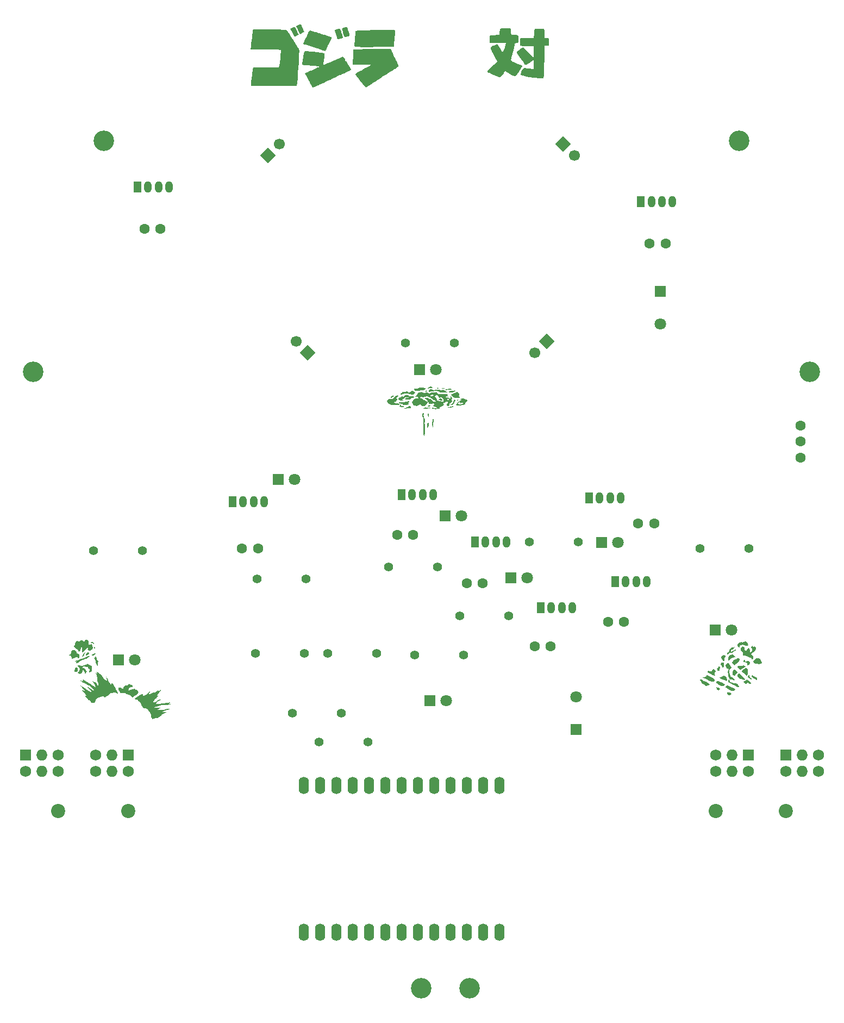
<source format=gts>
G04 #@! TF.GenerationSoftware,KiCad,Pcbnew,7.0.10*
G04 #@! TF.CreationDate,2024-06-20T08:21:38-05:00*
G04 #@! TF.ProjectId,g0dzilla_vs_middle,6730647a-696c-46c6-915f-76735f6d6964,1*
G04 #@! TF.SameCoordinates,Original*
G04 #@! TF.FileFunction,Soldermask,Top*
G04 #@! TF.FilePolarity,Negative*
%FSLAX46Y46*%
G04 Gerber Fmt 4.6, Leading zero omitted, Abs format (unit mm)*
G04 Created by KiCad (PCBNEW 7.0.10) date 2024-06-20 08:21:38*
%MOMM*%
%LPD*%
G01*
G04 APERTURE LIST*
G04 Aperture macros list*
%AMHorizOval*
0 Thick line with rounded ends*
0 $1 width*
0 $2 $3 position (X,Y) of the first rounded end (center of the circle)*
0 $4 $5 position (X,Y) of the second rounded end (center of the circle)*
0 Add line between two ends*
20,1,$1,$2,$3,$4,$5,0*
0 Add two circle primitives to create the rounded ends*
1,1,$1,$2,$3*
1,1,$1,$4,$5*%
%AMRotRect*
0 Rectangle, with rotation*
0 The origin of the aperture is its center*
0 $1 length*
0 $2 width*
0 $3 Rotation angle, in degrees counterclockwise*
0 Add horizontal line*
21,1,$1,$2,0,0,$3*%
G04 Aperture macros list end*
%ADD10C,1.400000*%
%ADD11RotRect,1.700000X1.700000X315.000000*%
%ADD12HorizOval,1.700000X0.000000X0.000000X0.000000X0.000000X0*%
%ADD13C,3.200000*%
%ADD14C,2.200000*%
%ADD15R,1.800000X1.800000*%
%ADD16C,1.800000*%
%ADD17C,1.600000*%
%ADD18RotRect,1.700000X1.700000X225.000000*%
%ADD19HorizOval,1.700000X0.000000X0.000000X0.000000X0.000000X0*%
%ADD20R,1.150000X1.800000*%
%ADD21O,1.150000X1.800000*%
%ADD22RotRect,1.700000X1.700000X135.000000*%
%ADD23HorizOval,1.700000X0.000000X0.000000X0.000000X0.000000X0*%
%ADD24RotRect,1.700000X1.700000X45.000000*%
%ADD25HorizOval,1.700000X0.000000X0.000000X0.000000X0.000000X0*%
%ADD26R,1.727200X1.727200*%
%ADD27C,1.727200*%
%ADD28O,1.727200X1.727200*%
%ADD29O,1.600000X2.700000*%
G04 APERTURE END LIST*
G36*
X115976471Y-97555008D02*
G01*
X115817449Y-97600888D01*
X115705529Y-97619199D01*
X115651786Y-97609352D01*
X115666597Y-97571454D01*
X115734635Y-97540973D01*
X115855610Y-97516120D01*
X115941941Y-97506942D01*
X116168572Y-97491143D01*
X115976471Y-97555008D01*
G37*
G36*
X118189411Y-99305881D02*
G01*
X118201121Y-99315474D01*
X118225022Y-99382790D01*
X118193886Y-99442295D01*
X118153614Y-99455799D01*
X118098863Y-99424703D01*
X118087281Y-99409390D01*
X118082294Y-99344286D01*
X118127460Y-99300607D01*
X118189411Y-99305881D01*
G37*
G36*
X118415062Y-99660646D02*
G01*
X118446454Y-99725192D01*
X118444920Y-99740283D01*
X118402212Y-99816141D01*
X118332065Y-99817717D01*
X118281359Y-99775579D01*
X118249067Y-99703763D01*
X118272083Y-99661767D01*
X118344503Y-99633854D01*
X118415062Y-99660646D01*
G37*
G36*
X113360368Y-97865319D02*
G01*
X113367933Y-97938271D01*
X113344547Y-98019229D01*
X113295592Y-98074950D01*
X113276258Y-98081866D01*
X113200412Y-98061853D01*
X113175431Y-98028326D01*
X113180044Y-97939345D01*
X113239224Y-97862191D01*
X113316466Y-97833614D01*
X113360368Y-97865319D01*
G37*
G36*
X115080623Y-97435116D02*
G01*
X115099536Y-97447911D01*
X115154193Y-97509909D01*
X115165378Y-97540017D01*
X115132334Y-97571544D01*
X115060573Y-97574546D01*
X114991158Y-97550912D01*
X114970979Y-97531071D01*
X114963434Y-97465290D01*
X115010226Y-97426678D01*
X115080623Y-97435116D01*
G37*
G36*
X116669189Y-98822755D02*
G01*
X116723827Y-98858833D01*
X116725829Y-98861871D01*
X116732670Y-98925498D01*
X116688145Y-98958294D01*
X116626037Y-98935677D01*
X116625345Y-98934992D01*
X116580401Y-98872234D01*
X116574118Y-98849614D01*
X116605019Y-98818529D01*
X116669189Y-98822755D01*
G37*
G36*
X61579574Y-137799173D02*
G01*
X61610494Y-137831688D01*
X61660236Y-137925418D01*
X61646712Y-138005204D01*
X61576172Y-138045599D01*
X61557700Y-138046723D01*
X61502048Y-138025403D01*
X61478259Y-137948168D01*
X61475207Y-137897311D01*
X61481763Y-137785685D01*
X61514397Y-137754018D01*
X61579574Y-137799173D01*
G37*
G36*
X113755140Y-100159337D02*
G01*
X113834937Y-100205112D01*
X113882446Y-100252506D01*
X113884706Y-100261541D01*
X113847730Y-100306236D01*
X113757466Y-100351755D01*
X113644913Y-100385312D01*
X113561251Y-100394958D01*
X113455259Y-100394958D01*
X113549944Y-100266891D01*
X113620886Y-100183299D01*
X113675203Y-100140348D01*
X113682095Y-100138824D01*
X113755140Y-100159337D01*
G37*
G36*
X113608222Y-101453291D02*
G01*
X113627065Y-101505624D01*
X113635904Y-101610600D01*
X113635706Y-101741206D01*
X113627439Y-101870431D01*
X113612071Y-101971263D01*
X113590569Y-102016687D01*
X113588020Y-102017143D01*
X113567387Y-101978341D01*
X113546176Y-101877127D01*
X113530541Y-101750337D01*
X113521117Y-101569959D01*
X113534309Y-101467199D01*
X113571440Y-101436994D01*
X113608222Y-101453291D01*
G37*
G36*
X61356383Y-137052846D02*
G01*
X61458962Y-137134081D01*
X61459423Y-137134665D01*
X61523497Y-137241739D01*
X61543514Y-137329013D01*
X61524754Y-137380660D01*
X61472500Y-137380855D01*
X61397577Y-137320002D01*
X61288068Y-137252803D01*
X61185541Y-137235631D01*
X61063569Y-137224618D01*
X61015824Y-137186160D01*
X61033368Y-137112121D01*
X61038634Y-137101951D01*
X61117186Y-137034524D01*
X61232780Y-137018908D01*
X61356383Y-137052846D01*
G37*
G36*
X108250059Y-98671930D02*
G01*
X108257755Y-98678327D01*
X108283656Y-98742331D01*
X108228726Y-98795869D01*
X108106669Y-98832803D01*
X107982856Y-98876528D01*
X107886535Y-98943925D01*
X107886135Y-98944365D01*
X107801950Y-99017318D01*
X107752070Y-99013092D01*
X107737479Y-98943530D01*
X107766467Y-98849846D01*
X107820476Y-98775155D01*
X107917390Y-98711273D01*
X108042929Y-98667984D01*
X108164637Y-98652474D01*
X108250059Y-98671930D01*
G37*
G36*
X115596241Y-99126115D02*
G01*
X115714132Y-99200369D01*
X115785413Y-99333390D01*
X115786661Y-99338404D01*
X115797280Y-99422967D01*
X115764425Y-99451791D01*
X115735637Y-99452798D01*
X115629163Y-99433254D01*
X115570925Y-99413110D01*
X115466550Y-99385736D01*
X115346807Y-99373421D01*
X115240109Y-99350256D01*
X115209227Y-99294621D01*
X115256771Y-99217979D01*
X115302944Y-99180740D01*
X115452319Y-99117337D01*
X115596241Y-99126115D01*
G37*
G36*
X60634125Y-138635814D02*
G01*
X60717616Y-138716278D01*
X60772331Y-138810168D01*
X60779496Y-138848653D01*
X60739993Y-138915236D01*
X60620290Y-138999026D01*
X60502017Y-139061700D01*
X60359018Y-139130345D01*
X60275787Y-139162630D01*
X60236396Y-139161692D01*
X60224919Y-139130665D01*
X60224538Y-139116330D01*
X60248444Y-138980391D01*
X60310036Y-138837297D01*
X60394122Y-138710912D01*
X60485512Y-138625099D01*
X60552147Y-138601681D01*
X60634125Y-138635814D01*
G37*
G36*
X61804034Y-138842831D02*
G01*
X61772721Y-138868834D01*
X61693583Y-138927724D01*
X61588825Y-139003544D01*
X61480649Y-139080338D01*
X61391258Y-139142150D01*
X61350832Y-139168518D01*
X61289427Y-139163066D01*
X61233825Y-139120684D01*
X61193361Y-139064668D01*
X61206590Y-139019716D01*
X61282246Y-138956982D01*
X61283702Y-138955905D01*
X61409225Y-138894212D01*
X61568549Y-138855585D01*
X61603481Y-138851806D01*
X61720810Y-138843802D01*
X61793020Y-138841433D01*
X61804034Y-138842831D01*
G37*
G36*
X114097328Y-97260359D02*
G01*
X114174031Y-97302421D01*
X114258426Y-97379338D01*
X114262697Y-97437391D01*
X114185531Y-97478128D01*
X114025613Y-97503098D01*
X114002101Y-97505011D01*
X113837447Y-97521161D01*
X113689312Y-97541903D01*
X113612328Y-97557384D01*
X113526638Y-97571397D01*
X113504762Y-97547243D01*
X113508146Y-97533209D01*
X113558307Y-97467898D01*
X113609278Y-97431117D01*
X113706824Y-97370750D01*
X113793923Y-97310673D01*
X113945787Y-97242954D01*
X114097328Y-97260359D01*
G37*
G36*
X158519519Y-144079595D02*
G01*
X158622860Y-144116378D01*
X158764720Y-144175265D01*
X158926050Y-144248475D01*
X159040081Y-144303939D01*
X159044942Y-144343702D01*
X159001704Y-144410885D01*
X158929701Y-144480545D01*
X158875939Y-144515697D01*
X158781835Y-144562535D01*
X158728279Y-144568530D01*
X158678242Y-144528493D01*
X158636212Y-144482101D01*
X158572782Y-144391043D01*
X158515931Y-144276009D01*
X158476960Y-144165472D01*
X158467168Y-144087909D01*
X158473750Y-144072693D01*
X158519519Y-144079595D01*
G37*
G36*
X60121684Y-138663516D02*
G01*
X60089563Y-138765600D01*
X60039830Y-138907182D01*
X60026893Y-138942365D01*
X59961273Y-139107094D01*
X59904899Y-139210304D01*
X59843496Y-139272552D01*
X59770866Y-139311074D01*
X59663881Y-139350728D01*
X59588725Y-139369787D01*
X59583368Y-139370084D01*
X59588921Y-139338812D01*
X59638881Y-139253866D01*
X59724709Y-139128551D01*
X59827459Y-138989764D01*
X59944079Y-138839277D01*
X60040554Y-138719062D01*
X60106117Y-138642255D01*
X60129751Y-138621055D01*
X60121684Y-138663516D01*
G37*
G36*
X117505867Y-100286187D02*
G01*
X117513278Y-100329829D01*
X117478639Y-100390506D01*
X117394221Y-100454136D01*
X117384007Y-100459614D01*
X117276571Y-100496360D01*
X117124001Y-100526801D01*
X116955902Y-100547600D01*
X116801878Y-100555415D01*
X116691533Y-100546908D01*
X116670168Y-100540140D01*
X116617661Y-100501659D01*
X116646575Y-100473159D01*
X116753345Y-100456459D01*
X116841126Y-100453001D01*
X117067247Y-100423054D01*
X117254690Y-100358325D01*
X117392284Y-100295366D01*
X117470784Y-100271896D01*
X117505867Y-100286187D01*
G37*
G36*
X160289432Y-144849635D02*
G01*
X160395171Y-144890294D01*
X160531740Y-144946673D01*
X160797094Y-145059305D01*
X160713169Y-145165998D01*
X160653777Y-145258705D01*
X160629244Y-145330968D01*
X160602256Y-145382500D01*
X160535954Y-145377715D01*
X160452336Y-145319717D01*
X160437143Y-145303866D01*
X160359943Y-145239699D01*
X160303962Y-145218488D01*
X160235004Y-145181223D01*
X160188740Y-145090108D01*
X160178553Y-144976163D01*
X160184603Y-144941885D01*
X160213920Y-144861627D01*
X160238998Y-144834163D01*
X160289432Y-144849635D01*
G37*
G36*
X58872029Y-141028669D02*
G01*
X58948859Y-141123089D01*
X58991971Y-141253358D01*
X58999162Y-141397308D01*
X58968227Y-141532766D01*
X58896963Y-141637564D01*
X58831796Y-141677327D01*
X58735280Y-141709122D01*
X58664657Y-141707628D01*
X58574705Y-141675580D01*
X58473648Y-141612585D01*
X58443844Y-141540721D01*
X58469468Y-141492281D01*
X58499159Y-141422389D01*
X58515729Y-141305339D01*
X58516975Y-141262712D01*
X58541352Y-141109965D01*
X58618507Y-141022048D01*
X58754475Y-140992346D01*
X58763687Y-140992269D01*
X58872029Y-141028669D01*
G37*
G36*
X117842265Y-97893419D02*
G01*
X117857607Y-97899388D01*
X117856430Y-97932424D01*
X117790344Y-97980878D01*
X117676762Y-98037519D01*
X117533095Y-98095118D01*
X117376754Y-98146445D01*
X117225150Y-98184270D01*
X117138243Y-98198098D01*
X116970723Y-98207685D01*
X116870712Y-98190218D01*
X116840925Y-98170165D01*
X116792572Y-98096186D01*
X116815984Y-98039543D01*
X116916437Y-97994065D01*
X117011681Y-97970457D01*
X117207210Y-97934750D01*
X117408831Y-97907445D01*
X117595745Y-97890290D01*
X117747156Y-97885032D01*
X117842265Y-97893419D01*
G37*
G36*
X159596070Y-140269547D02*
G01*
X159661781Y-140282643D01*
X159676029Y-140312026D01*
X159666379Y-140341261D01*
X159648617Y-140420948D01*
X159634458Y-140555757D01*
X159627366Y-140704413D01*
X159616251Y-140895490D01*
X159590251Y-141006877D01*
X159545454Y-141043555D01*
X159477943Y-141010504D01*
X159426078Y-140960534D01*
X159302082Y-140800388D01*
X159213760Y-140632245D01*
X159169230Y-140477075D01*
X159176611Y-140355850D01*
X159184948Y-140337672D01*
X159236454Y-140292943D01*
X159338946Y-140270990D01*
X159461983Y-140266555D01*
X159596070Y-140269547D01*
G37*
G36*
X113219130Y-100520941D02*
G01*
X113344430Y-100554526D01*
X113537288Y-100561402D01*
X113603486Y-100558231D01*
X113745643Y-100553422D01*
X113846760Y-100558102D01*
X113884706Y-100571053D01*
X113845340Y-100610631D01*
X113740532Y-100647300D01*
X113590217Y-100678587D01*
X113414331Y-100702021D01*
X113232807Y-100715129D01*
X113065582Y-100715440D01*
X112932591Y-100700481D01*
X112902857Y-100692805D01*
X112845301Y-100667952D01*
X112857417Y-100655348D01*
X112930164Y-100624823D01*
X113017347Y-100558418D01*
X113096077Y-100497630D01*
X113163069Y-100495344D01*
X113219130Y-100520941D01*
G37*
G36*
X117148608Y-97630752D02*
G01*
X117250952Y-97646561D01*
X117295002Y-97671278D01*
X117288417Y-97688502D01*
X117237764Y-97703181D01*
X117123495Y-97721649D01*
X116967081Y-97740626D01*
X116908778Y-97746546D01*
X116736430Y-97764918D01*
X116592520Y-97783387D01*
X116501730Y-97798686D01*
X116488740Y-97802105D01*
X116402470Y-97808495D01*
X116296639Y-97794647D01*
X116168572Y-97766039D01*
X116275294Y-97706137D01*
X116365558Y-97674805D01*
X116500910Y-97650580D01*
X116664122Y-97633763D01*
X116837963Y-97624652D01*
X117005202Y-97623548D01*
X117148608Y-97630752D01*
G37*
G36*
X161424705Y-141404549D02*
G01*
X161585804Y-141532167D01*
X161647151Y-141593264D01*
X161819470Y-141772597D01*
X161687270Y-141862685D01*
X161578129Y-141948426D01*
X161506786Y-142043084D01*
X161447017Y-142182441D01*
X161441367Y-142198236D01*
X161395299Y-142284987D01*
X161329638Y-142309422D01*
X161227145Y-142273476D01*
X161152185Y-142230720D01*
X161068786Y-142171547D01*
X161027770Y-142106298D01*
X161014386Y-142003074D01*
X161013446Y-141930685D01*
X161034608Y-141716374D01*
X161092512Y-141530964D01*
X161178782Y-141399745D01*
X161193741Y-141386226D01*
X161293827Y-141355814D01*
X161424705Y-141404549D01*
G37*
G36*
X165096999Y-139576347D02*
G01*
X165244592Y-139666474D01*
X165273784Y-139698262D01*
X165406884Y-139888694D01*
X165495647Y-140075268D01*
X165535497Y-140242324D01*
X165521857Y-140374200D01*
X165487261Y-140428774D01*
X165420343Y-140452718D01*
X165290688Y-140468113D01*
X165120535Y-140474718D01*
X164932119Y-140472290D01*
X164747678Y-140460587D01*
X164589448Y-140439369D01*
X164585352Y-140438585D01*
X164402283Y-140371725D01*
X164289126Y-140262594D01*
X164250022Y-140122680D01*
X164289115Y-139963469D01*
X164369908Y-139841068D01*
X164538827Y-139686374D01*
X164727436Y-139588933D01*
X164919054Y-139551379D01*
X165096999Y-139576347D01*
G37*
G36*
X110834346Y-100392322D02*
G01*
X110860169Y-100456846D01*
X110879209Y-100549893D01*
X110878304Y-100598105D01*
X110878162Y-100598254D01*
X110830815Y-100606186D01*
X110722212Y-100611770D01*
X110585260Y-100613740D01*
X110397832Y-100624335D01*
X110266104Y-100653955D01*
X110228628Y-100673748D01*
X110136577Y-100721711D01*
X110028107Y-100723494D01*
X109914622Y-100695403D01*
X109858943Y-100675489D01*
X109848222Y-100657202D01*
X109892635Y-100634291D01*
X110002359Y-100600509D01*
X110123799Y-100566958D01*
X110285621Y-100507577D01*
X110445506Y-100426293D01*
X110472574Y-100409255D01*
X110630943Y-100329990D01*
X110752579Y-100324474D01*
X110834346Y-100392322D01*
G37*
G36*
X159824851Y-142353745D02*
G01*
X159965127Y-142454453D01*
X160055123Y-142575985D01*
X160092909Y-142692719D01*
X160113034Y-142841602D01*
X160113574Y-142987372D01*
X160092604Y-143094763D01*
X160084305Y-143110683D01*
X160035149Y-143115350D01*
X159918473Y-143079528D01*
X159732143Y-143002423D01*
X159483928Y-142887962D01*
X159232239Y-142763267D01*
X159059823Y-142666114D01*
X158965479Y-142595527D01*
X158948005Y-142550531D01*
X159006199Y-142530149D01*
X159041595Y-142528659D01*
X159118130Y-142511125D01*
X159240340Y-142466287D01*
X159342138Y-142421936D01*
X159485448Y-142363305D01*
X159613108Y-142324696D01*
X159674481Y-142315631D01*
X159824851Y-142353745D01*
G37*
G36*
X161038914Y-139024048D02*
G01*
X161121712Y-139056352D01*
X161227467Y-139132009D01*
X161331958Y-139228725D01*
X161410958Y-139324207D01*
X161440336Y-139393484D01*
X161413695Y-139434004D01*
X161324650Y-139453277D01*
X161237563Y-139456400D01*
X160966321Y-139499581D01*
X160711862Y-139625754D01*
X160508879Y-139799209D01*
X160409009Y-139898069D01*
X160349875Y-139939501D01*
X160317024Y-139931219D01*
X160304856Y-139908094D01*
X160290310Y-139799748D01*
X160300155Y-139644812D01*
X160329614Y-139476937D01*
X160373912Y-139329775D01*
X160392894Y-139287724D01*
X160511359Y-139143144D01*
X160689498Y-139055025D01*
X160930113Y-139022225D01*
X161038914Y-139024048D01*
G37*
G36*
X109309549Y-100087113D02*
G01*
X109316975Y-100116495D01*
X109357092Y-100197400D01*
X109467266Y-100267598D01*
X109632226Y-100319417D01*
X109760802Y-100339527D01*
X109885180Y-100358612D01*
X109961841Y-100382690D01*
X109975035Y-100400817D01*
X109926229Y-100414859D01*
X109814464Y-100424882D01*
X109662070Y-100430702D01*
X109491382Y-100432134D01*
X109324730Y-100428994D01*
X109184447Y-100421098D01*
X109092866Y-100408260D01*
X109092305Y-100408114D01*
X109045586Y-100388670D01*
X109050336Y-100351489D01*
X109102977Y-100279242D01*
X109163196Y-100185884D01*
X109188896Y-100112699D01*
X109188908Y-100111722D01*
X109223203Y-100060155D01*
X109252941Y-100053446D01*
X109309549Y-100087113D01*
G37*
G36*
X117696700Y-99275134D02*
G01*
X117741451Y-99320421D01*
X117804579Y-99418617D01*
X117788384Y-99494215D01*
X117722975Y-99543183D01*
X117656131Y-99611844D01*
X117656128Y-99683424D01*
X117644230Y-99782322D01*
X117563301Y-99910742D01*
X117539998Y-99939015D01*
X117424469Y-100052386D01*
X117305101Y-100109918D01*
X117222644Y-100126064D01*
X117112543Y-100132482D01*
X117049694Y-100119782D01*
X117043698Y-100110262D01*
X117078792Y-100069981D01*
X117168050Y-100012276D01*
X117229135Y-99980366D01*
X117388909Y-99869717D01*
X117499176Y-99710582D01*
X117568751Y-99488948D01*
X117580988Y-99421079D01*
X117607923Y-99296270D01*
X117642841Y-99249913D01*
X117696700Y-99275134D01*
G37*
G36*
X159850175Y-139122244D02*
G01*
X159931869Y-139152578D01*
X159937135Y-139213130D01*
X159869880Y-139312079D01*
X159813120Y-139375470D01*
X159737851Y-139463387D01*
X159701212Y-139540291D01*
X159693571Y-139639976D01*
X159702349Y-139764187D01*
X159711742Y-139903999D01*
X159704822Y-139978598D01*
X159677598Y-140007256D01*
X159651334Y-140010421D01*
X159575579Y-139980675D01*
X159484919Y-139907621D01*
X159471057Y-139893026D01*
X159314205Y-139693413D01*
X159234992Y-139521559D01*
X159232294Y-139372265D01*
X159304987Y-139240334D01*
X159325287Y-139218732D01*
X159400962Y-139157543D01*
X159490529Y-139125727D01*
X159624126Y-139114579D01*
X159688144Y-139113950D01*
X159850175Y-139122244D01*
G37*
G36*
X160308156Y-143852189D02*
G01*
X160412878Y-143899381D01*
X160572869Y-143974134D01*
X160766768Y-144066364D01*
X160973213Y-144165986D01*
X160983188Y-144170838D01*
X161189685Y-144273105D01*
X161328448Y-144347328D01*
X161409632Y-144400438D01*
X161443388Y-144439364D01*
X161439871Y-144471036D01*
X161434279Y-144478728D01*
X161367535Y-144534199D01*
X161261556Y-144600539D01*
X161147181Y-144660829D01*
X161055248Y-144698152D01*
X161025819Y-144702804D01*
X160977837Y-144683621D01*
X160867228Y-144632866D01*
X160707775Y-144557059D01*
X160513261Y-144462717D01*
X160383786Y-144399104D01*
X159775471Y-144098820D01*
X159955975Y-143938637D01*
X160136479Y-143778454D01*
X160308156Y-143852189D01*
G37*
G36*
X163568912Y-142144718D02*
G01*
X163578133Y-142166219D01*
X163607964Y-142279057D01*
X163614479Y-142335633D01*
X163644674Y-142406458D01*
X163721182Y-142512924D01*
X163827756Y-142632565D01*
X163833151Y-142638054D01*
X163944875Y-142756528D01*
X164000608Y-142832768D01*
X164008599Y-142880779D01*
X163990353Y-142904965D01*
X163946699Y-142917648D01*
X163878835Y-142891323D01*
X163773688Y-142818828D01*
X163646614Y-142716706D01*
X163518496Y-142608239D01*
X163420182Y-142520961D01*
X163366764Y-142468448D01*
X163361345Y-142460109D01*
X163379082Y-142413677D01*
X163424091Y-142318364D01*
X163453066Y-142260569D01*
X163509733Y-142156790D01*
X163544127Y-142121358D01*
X163568912Y-142144718D01*
G37*
G36*
X158696255Y-143101441D02*
G01*
X158810499Y-143148303D01*
X158972038Y-143219017D01*
X159165976Y-143307157D01*
X159250191Y-143346276D01*
X159813491Y-143609556D01*
X159753085Y-143726369D01*
X159666113Y-143822720D01*
X159533550Y-143900075D01*
X159395126Y-143936360D01*
X159374218Y-143936864D01*
X159320167Y-143917358D01*
X159207535Y-143864927D01*
X159052696Y-143787523D01*
X158872023Y-143693098D01*
X158868842Y-143691401D01*
X158673953Y-143585403D01*
X158544460Y-143508473D01*
X158469136Y-143452025D01*
X158436750Y-143407472D01*
X158436075Y-143366227D01*
X158437458Y-143361513D01*
X158486488Y-143254283D01*
X158554897Y-143155183D01*
X158621129Y-143093056D01*
X158644202Y-143084857D01*
X158696255Y-143101441D01*
G37*
G36*
X158949569Y-140854963D02*
G01*
X159013433Y-140935767D01*
X159015359Y-140938993D01*
X159058896Y-141026647D01*
X159051107Y-141089935D01*
X158999205Y-141162124D01*
X158935742Y-141287454D01*
X158936328Y-141407502D01*
X158941525Y-141509869D01*
X158909716Y-141546591D01*
X158901144Y-141547227D01*
X158809209Y-141562126D01*
X158779035Y-141571883D01*
X158709023Y-141557936D01*
X158664134Y-141501899D01*
X158590166Y-141324436D01*
X158571364Y-141180387D01*
X158606479Y-141080682D01*
X158694263Y-141036251D01*
X158717472Y-141034958D01*
X158777849Y-141024808D01*
X158780886Y-141008001D01*
X158775324Y-140952418D01*
X158812068Y-140879687D01*
X158868306Y-140827878D01*
X158892634Y-140821513D01*
X158949569Y-140854963D01*
G37*
G36*
X163183808Y-141105735D02*
G01*
X163262953Y-141173300D01*
X163265329Y-141175673D01*
X163356854Y-141324993D01*
X163397274Y-141531567D01*
X163385494Y-141783446D01*
X163340795Y-141998422D01*
X163299227Y-142140176D01*
X163262524Y-142244844D01*
X163239076Y-142289171D01*
X163197619Y-142269510D01*
X163105074Y-142204670D01*
X162975298Y-142104895D01*
X162827731Y-141985072D01*
X162675283Y-141854864D01*
X162549171Y-141740544D01*
X162463066Y-141654951D01*
X162430839Y-141612249D01*
X162454397Y-141552736D01*
X162531312Y-141462942D01*
X162643120Y-141358757D01*
X162771361Y-141256071D01*
X162897573Y-141170774D01*
X163003294Y-141118755D01*
X163004770Y-141118263D01*
X163112076Y-141090546D01*
X163183808Y-141105735D01*
G37*
G36*
X114393880Y-102314054D02*
G01*
X114430187Y-102375909D01*
X114420245Y-102492666D01*
X114405153Y-102594276D01*
X114388256Y-102756523D01*
X114371893Y-102954766D01*
X114361344Y-103112846D01*
X114347224Y-103307032D01*
X114330649Y-103469151D01*
X114313832Y-103580565D01*
X114300925Y-103621558D01*
X114279578Y-103606637D01*
X114267967Y-103528846D01*
X114267395Y-103507704D01*
X114247887Y-103371261D01*
X114204874Y-103255126D01*
X114165684Y-103148911D01*
X114145516Y-103019798D01*
X114146100Y-102899534D01*
X114169168Y-102819862D01*
X114180542Y-102808738D01*
X114207396Y-102755832D01*
X114234472Y-102645612D01*
X114249565Y-102549520D01*
X114273673Y-102394966D01*
X114302266Y-102313406D01*
X114342901Y-102292511D01*
X114393880Y-102314054D01*
G37*
G36*
X164223775Y-142270936D02*
G01*
X164240396Y-142294286D01*
X164327534Y-142376718D01*
X164407570Y-142401009D01*
X164494084Y-142425987D01*
X164529387Y-142465042D01*
X164587568Y-142518885D01*
X164635450Y-142529076D01*
X164732128Y-142560047D01*
X164796754Y-142658953D01*
X164825799Y-142768313D01*
X164826064Y-142880731D01*
X164790727Y-142965788D01*
X164731749Y-142995316D01*
X164729530Y-142995017D01*
X164688763Y-142968514D01*
X164595673Y-142899248D01*
X164464448Y-142797987D01*
X164321849Y-142685521D01*
X164156391Y-142551893D01*
X164048923Y-142458077D01*
X163989412Y-142392286D01*
X163967827Y-142342732D01*
X163974136Y-142297629D01*
X163979787Y-142283614D01*
X164047382Y-142203185D01*
X164134426Y-142199193D01*
X164223775Y-142270936D01*
G37*
G36*
X162755452Y-140699412D02*
G01*
X162888848Y-140749345D01*
X162966767Y-140807256D01*
X163080577Y-140921066D01*
X162975499Y-140963513D01*
X162698624Y-141079634D01*
X162497707Y-141174001D01*
X162366964Y-141249505D01*
X162311103Y-141295910D01*
X162241823Y-141357326D01*
X162199568Y-141376471D01*
X162151922Y-141349021D01*
X162061555Y-141276511D01*
X161946660Y-141173701D01*
X161928160Y-141156317D01*
X161810763Y-141042384D01*
X161747795Y-140969026D01*
X161730054Y-140919899D01*
X161748334Y-140878659D01*
X161762448Y-140862055D01*
X161878162Y-140786483D01*
X162045090Y-140740573D01*
X162232180Y-140731134D01*
X162315462Y-140740739D01*
X162432860Y-140750968D01*
X162514801Y-140739416D01*
X162526773Y-140732116D01*
X162623978Y-140691827D01*
X162755452Y-140699412D01*
G37*
G36*
X113538459Y-102863458D02*
G01*
X113543194Y-102900807D01*
X113554753Y-102947899D01*
X113594420Y-102922152D01*
X113662707Y-102873426D01*
X113689258Y-102897314D01*
X113670204Y-102980427D01*
X113648029Y-103081246D01*
X113632928Y-103231207D01*
X113628572Y-103364628D01*
X113623701Y-103521818D01*
X113606984Y-103608409D01*
X113575266Y-103638737D01*
X113568096Y-103639328D01*
X113499545Y-103607051D01*
X113486088Y-103585967D01*
X113467294Y-103570993D01*
X113461186Y-103607311D01*
X113438105Y-103670754D01*
X113415126Y-103682017D01*
X113390175Y-103643752D01*
X113374800Y-103546464D01*
X113372437Y-103480494D01*
X113380618Y-103337702D01*
X113401976Y-103179296D01*
X113431736Y-103027886D01*
X113465122Y-102906081D01*
X113497358Y-102836492D01*
X113510211Y-102828236D01*
X113538459Y-102863458D01*
G37*
G36*
X161996688Y-141959872D02*
G01*
X162031558Y-141985290D01*
X162309429Y-142220435D01*
X162527497Y-142407398D01*
X162691943Y-142552175D01*
X162808951Y-142660761D01*
X162884701Y-142739154D01*
X162925377Y-142793348D01*
X162937161Y-142829341D01*
X162926302Y-142853063D01*
X162797333Y-142929577D01*
X162661727Y-142923798D01*
X162547375Y-142848947D01*
X162463590Y-142777484D01*
X162391880Y-142762917D01*
X162317495Y-142784438D01*
X162191877Y-142798420D01*
X162079462Y-142756444D01*
X162007612Y-142673028D01*
X161995294Y-142613470D01*
X161968420Y-142546030D01*
X161893551Y-142529076D01*
X161811592Y-142494232D01*
X161767079Y-142404518D01*
X161760783Y-142282168D01*
X161793473Y-142149410D01*
X161865920Y-142028477D01*
X161875823Y-142017416D01*
X161943930Y-141957414D01*
X161996688Y-141959872D01*
G37*
G36*
X163336398Y-142961105D02*
G01*
X163452995Y-143046382D01*
X163592313Y-143148491D01*
X163646172Y-143188023D01*
X163788656Y-143315864D01*
X163851531Y-143430327D01*
X163833221Y-143528286D01*
X163823911Y-143540720D01*
X163732784Y-143591961D01*
X163618740Y-143577406D01*
X163507908Y-143501148D01*
X163497393Y-143489580D01*
X163408863Y-143405946D01*
X163330628Y-143391636D01*
X163233300Y-143444524D01*
X163202237Y-143468236D01*
X163103165Y-143528727D01*
X163018805Y-143553614D01*
X162907821Y-143516305D01*
X162806395Y-143422007D01*
X162742206Y-143297166D01*
X162739546Y-143286807D01*
X162729139Y-143202429D01*
X162764263Y-143172174D01*
X162806028Y-143169412D01*
X162890223Y-143140408D01*
X162997874Y-143066694D01*
X163052516Y-143017199D01*
X163204728Y-142864987D01*
X163336398Y-142961105D01*
G37*
G36*
X162028485Y-139607295D02*
G01*
X162107999Y-139706632D01*
X162110655Y-139832993D01*
X162036820Y-139976984D01*
X162012912Y-140007064D01*
X161949724Y-140071841D01*
X161845699Y-140168097D01*
X161716854Y-140282172D01*
X161579205Y-140400406D01*
X161448768Y-140509140D01*
X161341560Y-140594713D01*
X161273597Y-140643467D01*
X161259329Y-140649767D01*
X161225318Y-140622175D01*
X161146935Y-140550852D01*
X161042958Y-140452953D01*
X160934880Y-140346373D01*
X160881397Y-140278960D01*
X160873377Y-140233063D01*
X160901685Y-140191032D01*
X160905412Y-140187135D01*
X160972672Y-140105678D01*
X161052937Y-139993196D01*
X161069361Y-139968234D01*
X161166678Y-139855034D01*
X161288432Y-139800533D01*
X161325895Y-139793267D01*
X161468726Y-139744138D01*
X161597601Y-139660297D01*
X161604349Y-139654025D01*
X161750467Y-139560474D01*
X161902015Y-139550375D01*
X162028485Y-139607295D01*
G37*
G36*
X118244374Y-98181526D02*
G01*
X118339523Y-98268734D01*
X118423628Y-98384042D01*
X118445911Y-98466386D01*
X118408461Y-98539417D01*
X118367059Y-98580673D01*
X118296548Y-98661887D01*
X118287234Y-98715784D01*
X118324370Y-98730084D01*
X118386785Y-98760001D01*
X118464083Y-98828400D01*
X118523800Y-98903258D01*
X118537815Y-98940653D01*
X118498663Y-98981839D01*
X118394930Y-99014984D01*
X118247207Y-99038030D01*
X118076081Y-99048915D01*
X117902142Y-99045580D01*
X117745979Y-99025965D01*
X117726723Y-99021807D01*
X117602526Y-98981104D01*
X117514177Y-98930207D01*
X117495847Y-98909593D01*
X117446169Y-98841248D01*
X117359908Y-98738246D01*
X117292453Y-98662990D01*
X117127833Y-98484399D01*
X117321161Y-98435718D01*
X117473718Y-98382981D01*
X117643466Y-98303833D01*
X117721377Y-98259738D01*
X117927636Y-98158504D01*
X118099766Y-98132402D01*
X118244374Y-98181526D01*
G37*
G36*
X61881813Y-139370856D02*
G01*
X61891323Y-139380757D01*
X61954235Y-139476655D01*
X61965362Y-139596040D01*
X61960997Y-139637518D01*
X61956208Y-139753304D01*
X61987353Y-139818005D01*
X62023501Y-139842887D01*
X62124497Y-139940131D01*
X62160480Y-140074810D01*
X62125017Y-140222247D01*
X62123294Y-140225622D01*
X62083360Y-140331029D01*
X62097217Y-140410585D01*
X62108339Y-140430225D01*
X62133032Y-140515329D01*
X62129406Y-140617593D01*
X62102800Y-140702629D01*
X62060857Y-140736135D01*
X62010718Y-140702918D01*
X61976465Y-140653886D01*
X61928369Y-140552397D01*
X61866622Y-140405660D01*
X61797319Y-140230316D01*
X61726554Y-140043004D01*
X61660422Y-139860365D01*
X61605019Y-139699039D01*
X61566438Y-139575666D01*
X61550774Y-139506888D01*
X61553158Y-139498152D01*
X61597738Y-139463627D01*
X61641045Y-139391429D01*
X61704618Y-139303544D01*
X61782651Y-139296781D01*
X61881813Y-139370856D01*
G37*
G36*
X112628931Y-97409587D02*
G01*
X112795329Y-97444066D01*
X112960959Y-97475816D01*
X113009020Y-97484334D01*
X113141085Y-97522430D01*
X113197533Y-97574257D01*
X113185998Y-97634602D01*
X113114110Y-97698250D01*
X112989504Y-97759986D01*
X112819813Y-97814597D01*
X112612668Y-97856867D01*
X112433278Y-97877659D01*
X112259279Y-97893112D01*
X112113734Y-97909021D01*
X112021043Y-97922620D01*
X112006387Y-97926075D01*
X111926626Y-97934790D01*
X111801124Y-97933678D01*
X111745560Y-97930239D01*
X111587059Y-97900119D01*
X111467806Y-97827263D01*
X111428504Y-97789275D01*
X111360524Y-97704399D01*
X111335482Y-97643420D01*
X111339438Y-97632552D01*
X111394760Y-97615061D01*
X111511150Y-97598269D01*
X111664340Y-97585597D01*
X111677838Y-97584843D01*
X111862547Y-97566346D01*
X111997959Y-97535465D01*
X112054699Y-97506824D01*
X112210728Y-97421522D01*
X112413639Y-97388612D01*
X112628931Y-97409587D01*
G37*
G36*
X156066376Y-142864272D02*
G01*
X156171788Y-142908087D01*
X156333871Y-142990898D01*
X156377169Y-143014109D01*
X156595161Y-143131599D01*
X156840481Y-143263823D01*
X157066743Y-143385781D01*
X157107395Y-143407694D01*
X157262803Y-143494894D01*
X157384951Y-143569960D01*
X157457430Y-143622447D01*
X157470252Y-143638665D01*
X157433802Y-143680285D01*
X157340830Y-143737302D01*
X157215902Y-143798394D01*
X157083587Y-143852239D01*
X156968452Y-143887516D01*
X156913765Y-143895126D01*
X156804704Y-143861582D01*
X156754743Y-143793754D01*
X156696041Y-143719999D01*
X156588641Y-143676856D01*
X156518902Y-143663941D01*
X156330849Y-143603656D01*
X156203793Y-143485236D01*
X156132152Y-143303173D01*
X156127157Y-143277588D01*
X156087896Y-143154072D01*
X156029120Y-143062875D01*
X156015160Y-143051049D01*
X155945736Y-142987715D01*
X155945596Y-142923965D01*
X155972277Y-142875369D01*
X156004313Y-142854888D01*
X156066376Y-142864272D01*
G37*
G36*
X158210628Y-141350396D02*
G01*
X158307568Y-141475472D01*
X158310006Y-141480509D01*
X158351695Y-141580619D01*
X158349640Y-141647919D01*
X158300157Y-141724997D01*
X158287437Y-141741280D01*
X158209679Y-141889171D01*
X158205915Y-142031063D01*
X158234077Y-142096239D01*
X158252739Y-142167892D01*
X158245663Y-142250995D01*
X158218744Y-142306357D01*
X158201660Y-142311768D01*
X158155385Y-142292903D01*
X158046768Y-142243726D01*
X157890387Y-142170974D01*
X157700823Y-142081385D01*
X157628351Y-142046828D01*
X157412454Y-141942493D01*
X157262668Y-141865802D01*
X157167503Y-141808797D01*
X157115469Y-141763518D01*
X157095078Y-141722005D01*
X157094737Y-141677161D01*
X157116843Y-141603239D01*
X157177494Y-141567907D01*
X157267907Y-141555297D01*
X157445864Y-141574856D01*
X157557849Y-141634185D01*
X157687280Y-141726348D01*
X157754134Y-141556155D01*
X157845482Y-141403308D01*
X157963043Y-141316565D01*
X158090272Y-141298178D01*
X158210628Y-141350396D01*
G37*
G36*
X92742334Y-41267618D02*
G01*
X92813688Y-41315790D01*
X92888946Y-41415513D01*
X92979936Y-41574812D01*
X93098482Y-41801706D01*
X93099773Y-41804202D01*
X93201814Y-42004032D01*
X93288377Y-42178524D01*
X93352349Y-42312951D01*
X93386618Y-42392589D01*
X93390432Y-42406001D01*
X93357067Y-42443544D01*
X93268131Y-42505669D01*
X93145142Y-42580258D01*
X93009617Y-42655194D01*
X92883074Y-42718361D01*
X92787030Y-42757641D01*
X92753432Y-42764706D01*
X92703748Y-42729808D01*
X92683641Y-42690000D01*
X92650379Y-42608423D01*
X92590139Y-42477611D01*
X92511694Y-42314971D01*
X92423817Y-42137913D01*
X92335284Y-41963846D01*
X92254867Y-41810176D01*
X92191340Y-41694314D01*
X92153477Y-41633667D01*
X92148962Y-41629117D01*
X92113562Y-41567887D01*
X92135561Y-41494974D01*
X92187984Y-41456206D01*
X92272744Y-41422922D01*
X92393511Y-41370404D01*
X92433446Y-41352197D01*
X92564039Y-41293844D01*
X92663060Y-41262977D01*
X92742334Y-41267618D01*
G37*
G36*
X157046884Y-142248083D02*
G01*
X157170574Y-142295841D01*
X157332974Y-142364928D01*
X157515346Y-142446744D01*
X157698949Y-142532690D01*
X157865042Y-142614166D01*
X157994886Y-142682574D01*
X158069740Y-142729314D01*
X158071653Y-142730886D01*
X158172103Y-142855197D01*
X158203174Y-142987393D01*
X158164938Y-143107564D01*
X158070019Y-143189660D01*
X157958648Y-143235606D01*
X157867381Y-143254790D01*
X157867194Y-143254790D01*
X157801161Y-143237405D01*
X157675289Y-143189860D01*
X157506650Y-143119073D01*
X157312312Y-143031959D01*
X157278100Y-143016095D01*
X157065333Y-142917512D01*
X156860625Y-142823663D01*
X156686747Y-142744927D01*
X156566473Y-142691683D01*
X156563110Y-142690235D01*
X156448424Y-142635245D01*
X156374916Y-142589066D01*
X156360336Y-142570825D01*
X156397805Y-142543543D01*
X156490785Y-142516129D01*
X156520420Y-142510344D01*
X156738429Y-142463379D01*
X156878350Y-142411815D01*
X156947467Y-142352354D01*
X156957984Y-142312320D01*
X156967857Y-142244664D01*
X156980645Y-142230253D01*
X157046884Y-142248083D01*
G37*
G36*
X110572811Y-99524400D02*
G01*
X110633965Y-99573238D01*
X110614184Y-99643366D01*
X110544286Y-99712733D01*
X110481720Y-99777614D01*
X110486285Y-99827532D01*
X110501597Y-99845508D01*
X110552729Y-99935956D01*
X110529614Y-100016870D01*
X110443273Y-100083022D01*
X110304729Y-100129186D01*
X110125004Y-100150135D01*
X109915120Y-100140642D01*
X109886925Y-100137001D01*
X109720453Y-100108417D01*
X109623457Y-100074896D01*
X109580077Y-100028850D01*
X109573110Y-99986893D01*
X109548270Y-99948435D01*
X109464247Y-99929089D01*
X109348992Y-99924725D01*
X109169144Y-99913818D01*
X109063494Y-99879524D01*
X109023026Y-99817560D01*
X109025147Y-99770852D01*
X109038610Y-99737614D01*
X109073324Y-99714395D01*
X109143222Y-99698922D01*
X109262237Y-99688917D01*
X109444302Y-99682109D01*
X109590241Y-99678597D01*
X109826591Y-99671649D01*
X109994369Y-99661249D01*
X110110375Y-99644980D01*
X110191409Y-99620424D01*
X110254271Y-99585166D01*
X110257988Y-99582546D01*
X110391082Y-99511021D01*
X110512222Y-99506066D01*
X110572811Y-99524400D01*
G37*
G36*
X160458556Y-142902512D02*
G01*
X160511633Y-143004203D01*
X160548983Y-143086467D01*
X160614350Y-143217303D01*
X160674499Y-143281965D01*
X160735467Y-143297479D01*
X160836928Y-143323393D01*
X160939716Y-143382858D01*
X161033096Y-143435419D01*
X161159292Y-143461808D01*
X161319948Y-143468236D01*
X161480536Y-143473502D01*
X161589931Y-143496014D01*
X161682015Y-143545844D01*
X161744869Y-143594540D01*
X161855533Y-143707741D01*
X161936076Y-143831642D01*
X161981344Y-143949337D01*
X161986182Y-144043920D01*
X161945435Y-144098485D01*
X161900584Y-144105248D01*
X161847512Y-144085176D01*
X161731373Y-144031129D01*
X161564500Y-143949184D01*
X161359227Y-143845415D01*
X161127887Y-143725900D01*
X161084617Y-143703281D01*
X160852024Y-143580975D01*
X160645882Y-143471611D01*
X160477947Y-143381506D01*
X160359971Y-143316975D01*
X160303711Y-143284332D01*
X160300949Y-143282238D01*
X160295317Y-143231542D01*
X160311162Y-143136116D01*
X160340520Y-143023874D01*
X160375426Y-142922731D01*
X160407916Y-142860601D01*
X160423183Y-142853808D01*
X160458556Y-142902512D01*
G37*
G36*
X162959949Y-139860515D02*
G01*
X162914919Y-139973178D01*
X162910022Y-139985219D01*
X162922308Y-140040346D01*
X162985436Y-140076829D01*
X163065139Y-140082786D01*
X163118045Y-140057350D01*
X163186500Y-140029104D01*
X163304721Y-140012379D01*
X163363266Y-140010421D01*
X163542275Y-140033109D01*
X163650368Y-140099980D01*
X163685751Y-140209245D01*
X163665534Y-140312201D01*
X163639405Y-140414334D01*
X163639386Y-140480466D01*
X163640731Y-140483086D01*
X163622555Y-140524314D01*
X163548781Y-140577840D01*
X163535617Y-140584905D01*
X163419549Y-140635327D01*
X163339219Y-140651981D01*
X163315931Y-140640084D01*
X163310418Y-140594978D01*
X163300478Y-140498403D01*
X163298844Y-140481707D01*
X163251308Y-140322805D01*
X163145856Y-140226568D01*
X162982752Y-140193174D01*
X162881128Y-140199903D01*
X162748497Y-140210746D01*
X162677932Y-140195974D01*
X162652950Y-140164736D01*
X162655767Y-140062722D01*
X162725303Y-139954681D01*
X162847411Y-139861984D01*
X162856564Y-139857137D01*
X162936586Y-139816425D01*
X162969110Y-139812908D01*
X162959949Y-139860515D01*
G37*
G36*
X163065578Y-136973683D02*
G01*
X163215461Y-137075472D01*
X163271108Y-137136511D01*
X163342671Y-137243513D01*
X163401757Y-137366226D01*
X163437941Y-137477728D01*
X163440799Y-137551093D01*
X163435164Y-137560243D01*
X163390435Y-137577432D01*
X163290574Y-137607342D01*
X163226882Y-137624852D01*
X163101622Y-137653323D01*
X163020661Y-137650191D01*
X162947263Y-137610740D01*
X162912813Y-137584537D01*
X162808600Y-137524421D01*
X162675298Y-137496529D01*
X162550252Y-137491765D01*
X162342304Y-137515017D01*
X162188752Y-137580813D01*
X162099532Y-137683217D01*
X162080673Y-137772343D01*
X162061949Y-137851816D01*
X161989874Y-137875716D01*
X161975452Y-137875967D01*
X161873019Y-137843474D01*
X161826040Y-137793395D01*
X161785382Y-137642641D01*
X161794067Y-137466783D01*
X161848681Y-137307849D01*
X161867946Y-137277311D01*
X162002641Y-137156946D01*
X162185401Y-137088657D01*
X162390586Y-137081427D01*
X162416229Y-137085213D01*
X162561972Y-137090206D01*
X162698053Y-137041651D01*
X162734494Y-137021166D01*
X162906745Y-136955902D01*
X163065578Y-136973683D01*
G37*
G36*
X100942964Y-41244947D02*
G01*
X100972396Y-41298598D01*
X101001519Y-41406463D01*
X101012708Y-41469289D01*
X101043341Y-41610318D01*
X101084839Y-41728089D01*
X101101067Y-41758176D01*
X101141789Y-41845466D01*
X101189750Y-41984165D01*
X101229363Y-42124581D01*
X101282120Y-42338725D01*
X101313808Y-42484267D01*
X101325894Y-42574954D01*
X101319846Y-42624534D01*
X101297133Y-42646755D01*
X101285530Y-42650609D01*
X101217259Y-42671087D01*
X101094938Y-42710186D01*
X100949916Y-42757832D01*
X100798358Y-42804849D01*
X100671814Y-42838083D01*
X100600104Y-42850093D01*
X100560781Y-42829081D01*
X100517287Y-42759054D01*
X100464808Y-42629514D01*
X100398528Y-42429964D01*
X100379830Y-42369832D01*
X100317933Y-42164035D01*
X100263339Y-41973620D01*
X100222531Y-41821739D01*
X100203514Y-41740169D01*
X100178891Y-41619133D01*
X100157472Y-41527287D01*
X100156265Y-41522857D01*
X100176449Y-41459552D01*
X100276340Y-41396547D01*
X100298191Y-41386965D01*
X100441515Y-41334940D01*
X100602362Y-41289330D01*
X100756080Y-41255566D01*
X100878013Y-41239078D01*
X100942964Y-41244947D01*
G37*
G36*
X60823664Y-139223848D02*
G01*
X60810782Y-139279299D01*
X60757023Y-139338515D01*
X60720717Y-139359923D01*
X60625543Y-139416963D01*
X60508772Y-139504442D01*
X60469292Y-139537819D01*
X60339922Y-139626721D01*
X60164787Y-139700108D01*
X59962441Y-139757585D01*
X59759615Y-139815606D01*
X59582326Y-139887939D01*
X59398235Y-139989640D01*
X59229456Y-140098810D01*
X59035781Y-140225627D01*
X58898431Y-140305339D01*
X58805807Y-140342563D01*
X58746306Y-140341914D01*
X58708326Y-140308011D01*
X58707413Y-140306554D01*
X58711703Y-140244733D01*
X58754199Y-140178487D01*
X58799875Y-140121525D01*
X58784235Y-140099479D01*
X58695300Y-140095799D01*
X58694348Y-140095799D01*
X58601595Y-140084840D01*
X58559848Y-140058253D01*
X58559664Y-140056177D01*
X58578518Y-140030484D01*
X58640041Y-139995337D01*
X58751671Y-139947866D01*
X58920849Y-139885201D01*
X59155014Y-139804472D01*
X59461606Y-139702807D01*
X59552840Y-139673002D01*
X59792904Y-139591360D01*
X60038608Y-139502031D01*
X60260407Y-139416076D01*
X60422623Y-139347364D01*
X60576152Y-139279316D01*
X60700467Y-139227768D01*
X60774863Y-139201182D01*
X60784826Y-139199328D01*
X60823664Y-139223848D01*
G37*
G36*
X93748364Y-40838240D02*
G01*
X93811137Y-40958064D01*
X93818903Y-40982437D01*
X93872754Y-41125741D01*
X93938283Y-41253725D01*
X93953727Y-41277179D01*
X94010281Y-41373978D01*
X94034280Y-41449300D01*
X94034286Y-41450069D01*
X94062316Y-41531178D01*
X94085513Y-41560874D01*
X94115169Y-41603982D01*
X94107587Y-41612101D01*
X94107815Y-41644619D01*
X94143353Y-41726118D01*
X94163083Y-41762811D01*
X94221456Y-41872317D01*
X94248210Y-41954733D01*
X94234876Y-42022063D01*
X94172986Y-42086307D01*
X94054071Y-42159471D01*
X93869663Y-42253555D01*
X93788798Y-42293296D01*
X93607343Y-42382266D01*
X93454501Y-42050545D01*
X93358931Y-41845180D01*
X93253240Y-41621193D01*
X93159761Y-41425901D01*
X93156904Y-41420000D01*
X93085356Y-41267553D01*
X93049420Y-41172301D01*
X93045120Y-41115796D01*
X93068478Y-41079590D01*
X93081271Y-41069183D01*
X93153604Y-41036204D01*
X93186794Y-41039686D01*
X93221486Y-41031885D01*
X93223194Y-41020284D01*
X93259814Y-40981988D01*
X93350951Y-40938424D01*
X93383278Y-40927230D01*
X93496819Y-40885043D01*
X93574992Y-40845461D01*
X93583916Y-40838541D01*
X93670898Y-40797342D01*
X93748364Y-40838240D01*
G37*
G36*
X99864181Y-41513965D02*
G01*
X99904036Y-41590375D01*
X99907275Y-41604350D01*
X99940399Y-41725601D01*
X99968902Y-41804202D01*
X100003454Y-41907228D01*
X100033638Y-42031195D01*
X100072748Y-42170330D01*
X100121240Y-42287330D01*
X100165039Y-42391017D01*
X100181871Y-42465883D01*
X100195845Y-42543017D01*
X100230093Y-42663301D01*
X100249095Y-42720450D01*
X100286713Y-42838462D01*
X100292433Y-42904518D01*
X100265538Y-42946143D01*
X100242749Y-42964132D01*
X100161634Y-43002372D01*
X100030541Y-43044041D01*
X99930327Y-43068505D01*
X99792307Y-43102482D01*
X99688015Y-43136340D01*
X99650034Y-43155663D01*
X99558767Y-43189621D01*
X99469658Y-43143657D01*
X99461406Y-43134320D01*
X99422645Y-43052098D01*
X99399374Y-42944631D01*
X99372140Y-42828492D01*
X99331425Y-42747813D01*
X99282996Y-42655472D01*
X99261206Y-42574529D01*
X99240768Y-42442189D01*
X99228020Y-42359939D01*
X99198851Y-42255685D01*
X99169568Y-42199969D01*
X99126598Y-42116846D01*
X99086858Y-41996264D01*
X99057091Y-41867461D01*
X99044038Y-41759676D01*
X99054441Y-41702147D01*
X99054723Y-41701892D01*
X99113347Y-41675142D01*
X99230501Y-41636544D01*
X99381404Y-41592921D01*
X99541273Y-41551098D01*
X99685328Y-41517897D01*
X99786559Y-41500380D01*
X99864181Y-41513965D01*
G37*
G36*
X58562770Y-138324514D02*
G01*
X58636721Y-138376729D01*
X58658292Y-138397605D01*
X58738065Y-138515944D01*
X58790448Y-138664999D01*
X58793297Y-138680209D01*
X58819948Y-138794322D01*
X58859714Y-138845931D01*
X58927776Y-138857816D01*
X59084679Y-138894413D01*
X59200173Y-138991532D01*
X59263906Y-139130167D01*
X59265523Y-139291309D01*
X59225591Y-139404562D01*
X59155422Y-139497649D01*
X59067668Y-139562607D01*
X58988643Y-139583160D01*
X58958535Y-139569739D01*
X58959643Y-139520509D01*
X58986555Y-139455463D01*
X59017436Y-139378027D01*
X59016688Y-139343299D01*
X58971484Y-139349704D01*
X58863279Y-139381742D01*
X58708648Y-139434114D01*
X58537861Y-139496367D01*
X58353627Y-139564693D01*
X58199441Y-139620231D01*
X58092364Y-139656945D01*
X58050178Y-139668908D01*
X58035581Y-139631848D01*
X58036956Y-139541024D01*
X58038655Y-139524963D01*
X58035315Y-139409171D01*
X57980977Y-139315652D01*
X57934469Y-139268828D01*
X57837495Y-139195427D01*
X57753086Y-139157902D01*
X57740855Y-139156639D01*
X57660474Y-139138665D01*
X57654271Y-139091147D01*
X57720553Y-139023692D01*
X57769980Y-138991502D01*
X57868702Y-138921558D01*
X57910913Y-138844378D01*
X57919328Y-138733569D01*
X57952321Y-138546297D01*
X58051333Y-138413135D01*
X58216416Y-138334030D01*
X58334874Y-138313595D01*
X58473581Y-138306438D01*
X58562770Y-138324514D01*
G37*
G36*
X111203500Y-97951965D02*
G01*
X111211247Y-97959545D01*
X111307527Y-98045848D01*
X111427078Y-98139866D01*
X111447407Y-98154580D01*
X111534423Y-98221092D01*
X111557343Y-98258383D01*
X111524129Y-98283028D01*
X111511441Y-98287902D01*
X111423337Y-98335125D01*
X111318282Y-98409968D01*
X111309414Y-98417182D01*
X111203233Y-98483939D01*
X111104635Y-98514534D01*
X111095969Y-98514755D01*
X110966140Y-98497132D01*
X110798667Y-98455808D01*
X110633745Y-98402154D01*
X110518081Y-98351267D01*
X110382791Y-98315220D01*
X110261947Y-98320820D01*
X110126494Y-98341006D01*
X109957085Y-98363207D01*
X109871933Y-98373334D01*
X109723798Y-98398825D01*
X109600423Y-98435012D01*
X109552939Y-98458326D01*
X109438956Y-98507618D01*
X109329351Y-98509370D01*
X109254441Y-98464752D01*
X109244666Y-98446432D01*
X109255002Y-98371493D01*
X109318946Y-98300397D01*
X109408412Y-98261802D01*
X109426878Y-98260505D01*
X109478580Y-98225044D01*
X109498408Y-98181601D01*
X109554409Y-98117499D01*
X109664908Y-98074273D01*
X109799957Y-98060213D01*
X109893427Y-98072256D01*
X110011063Y-98066115D01*
X110100612Y-98025793D01*
X110235113Y-97978389D01*
X110359287Y-98014321D01*
X110453825Y-98113633D01*
X110508454Y-98182574D01*
X110559051Y-98185471D01*
X110611598Y-98153084D01*
X110715742Y-98103409D01*
X110789124Y-98089748D01*
X110874274Y-98053309D01*
X110918365Y-97993947D01*
X110993192Y-97903817D01*
X111094091Y-97889135D01*
X111203500Y-97951965D01*
G37*
G36*
X161221698Y-137926426D02*
G01*
X161128341Y-138024196D01*
X161060368Y-138120935D01*
X161060112Y-138121429D01*
X160993664Y-138195117D01*
X160931793Y-138217479D01*
X160830769Y-138253029D01*
X160759340Y-138363163D01*
X160734771Y-138441836D01*
X160722807Y-138525642D01*
X160758293Y-138555781D01*
X160811738Y-138558992D01*
X160908740Y-138528374D01*
X160940437Y-138473614D01*
X160997407Y-138402038D01*
X161066866Y-138388236D01*
X161174688Y-138357410D01*
X161248236Y-138302858D01*
X161347812Y-138237848D01*
X161436280Y-138219256D01*
X161497381Y-138223179D01*
X161509763Y-138241787D01*
X161468033Y-138289367D01*
X161379863Y-138368668D01*
X161275878Y-138452672D01*
X161192675Y-138506148D01*
X161163186Y-138516303D01*
X161102555Y-138545001D01*
X161021218Y-138614905D01*
X161013446Y-138623026D01*
X160879468Y-138712669D01*
X160768408Y-138729748D01*
X160597360Y-138753995D01*
X160439643Y-138835173D01*
X160323567Y-138931394D01*
X160247098Y-138998641D01*
X160206111Y-139010394D01*
X160174031Y-138969795D01*
X160163483Y-138950329D01*
X160123235Y-138812706D01*
X160158253Y-138706496D01*
X160262389Y-138643632D01*
X160327009Y-138632890D01*
X160391285Y-138608311D01*
X160414570Y-138532365D01*
X160415799Y-138492279D01*
X160446490Y-138363068D01*
X160526186Y-138210420D01*
X160636318Y-138063082D01*
X160758318Y-137949804D01*
X160772409Y-137940168D01*
X160874028Y-137897220D01*
X161019363Y-137862236D01*
X161104097Y-137850348D01*
X161333614Y-137827473D01*
X161221698Y-137926426D01*
G37*
G36*
X160390952Y-140361876D02*
G01*
X160468462Y-140458765D01*
X160479567Y-140479488D01*
X160539674Y-140579274D01*
X160629470Y-140710638D01*
X160694966Y-140799480D01*
X160849753Y-141002262D01*
X160719969Y-141136164D01*
X160590067Y-141310859D01*
X160504576Y-141509603D01*
X160467829Y-141710721D01*
X160484162Y-141892538D01*
X160543866Y-142016807D01*
X160604869Y-142128910D01*
X160628295Y-142232938D01*
X160668667Y-142355996D01*
X160776860Y-142478237D01*
X160936566Y-142584283D01*
X161054997Y-142635397D01*
X161198984Y-142696196D01*
X161277229Y-142763262D01*
X161308138Y-142857293D01*
X161311616Y-142923950D01*
X161283159Y-143015659D01*
X161212334Y-143045322D01*
X161122966Y-143004819D01*
X161109930Y-142992687D01*
X161042114Y-142958652D01*
X160921844Y-142924801D01*
X160837046Y-142908583D01*
X160693307Y-142873812D01*
X160575810Y-142824514D01*
X160535318Y-142795635D01*
X160462377Y-142688775D01*
X160390812Y-142529461D01*
X160331950Y-142350037D01*
X160297118Y-142182846D01*
X160292455Y-142102185D01*
X160287004Y-141952342D01*
X160266658Y-141797403D01*
X160265893Y-141793516D01*
X160256704Y-141647033D01*
X160302593Y-141529793D01*
X160303625Y-141528211D01*
X160360974Y-141405055D01*
X160372533Y-141296161D01*
X160339337Y-141223418D01*
X160288405Y-141205715D01*
X160175203Y-141168816D01*
X160060491Y-141074245D01*
X159967011Y-140946192D01*
X159917940Y-140811668D01*
X159924553Y-140633959D01*
X160007965Y-140491429D01*
X160162901Y-140384383D01*
X160296038Y-140339166D01*
X160390952Y-140361876D01*
G37*
G36*
X112849039Y-101403677D02*
G01*
X112911049Y-101425779D01*
X112919440Y-101462371D01*
X112878467Y-101541203D01*
X112871852Y-101552423D01*
X112825745Y-101643374D01*
X112827073Y-101711844D01*
X112872309Y-101799612D01*
X112924564Y-101921886D01*
X112945547Y-102035904D01*
X112969395Y-102156646D01*
X113015385Y-102254802D01*
X113054843Y-102339315D01*
X113068008Y-102447950D01*
X113057964Y-102608904D01*
X113056036Y-102626829D01*
X113040304Y-102772954D01*
X113028763Y-102885838D01*
X113024380Y-102934958D01*
X113027477Y-102992627D01*
X113037769Y-103115984D01*
X113053561Y-103285805D01*
X113069526Y-103447227D01*
X113087487Y-103671088D01*
X113097349Y-103894162D01*
X113098063Y-104084516D01*
X113093374Y-104172942D01*
X113069859Y-104387027D01*
X113041170Y-104589289D01*
X113010408Y-104762948D01*
X112980674Y-104891224D01*
X112955066Y-104957338D01*
X112947470Y-104962690D01*
X112917410Y-104925853D01*
X112878672Y-104833252D01*
X112863897Y-104787543D01*
X112847087Y-104699738D01*
X112834671Y-104559214D01*
X112826471Y-104359387D01*
X112822308Y-104093675D01*
X112822002Y-103755494D01*
X112825123Y-103360964D01*
X112828930Y-103001640D01*
X112831184Y-102717838D01*
X112831287Y-102499707D01*
X112828639Y-102337397D01*
X112822642Y-102221056D01*
X112812694Y-102140834D01*
X112798199Y-102086881D01*
X112778555Y-102049344D01*
X112753165Y-102018375D01*
X112742773Y-102007225D01*
X112671908Y-101894775D01*
X112647144Y-101742811D01*
X112646723Y-101713055D01*
X112665866Y-101534412D01*
X112722151Y-101428382D01*
X112813864Y-101397586D01*
X112849039Y-101403677D01*
G37*
G36*
X114106528Y-97713618D02*
G01*
X114285300Y-97757430D01*
X114313717Y-97770677D01*
X114409352Y-97810729D01*
X114487421Y-97805564D01*
X114573210Y-97766747D01*
X114725632Y-97720288D01*
X114818672Y-97725895D01*
X114925841Y-97741196D01*
X115075790Y-97749094D01*
X115165378Y-97749165D01*
X115332113Y-97757967D01*
X115454202Y-97788571D01*
X115481356Y-97803760D01*
X115555453Y-97840638D01*
X115635692Y-97825407D01*
X115676357Y-97806515D01*
X115833143Y-97775161D01*
X116021183Y-97822293D01*
X116241170Y-97948096D01*
X116260125Y-97961531D01*
X116369660Y-98034849D01*
X116453297Y-98081254D01*
X116479819Y-98089748D01*
X116540095Y-98118965D01*
X116567773Y-98146137D01*
X116576828Y-98173741D01*
X116538800Y-98189313D01*
X116441157Y-98194728D01*
X116271369Y-98191858D01*
X116263505Y-98191617D01*
X116088331Y-98185427D01*
X115938180Y-98178784D01*
X115839967Y-98172911D01*
X115827059Y-98171746D01*
X115722591Y-98175577D01*
X115677647Y-98186404D01*
X115595357Y-98191164D01*
X115479474Y-98171405D01*
X115465762Y-98167649D01*
X115327207Y-98113611D01*
X115204472Y-98044499D01*
X115071911Y-97982256D01*
X114898424Y-97941870D01*
X114717352Y-97927132D01*
X114562035Y-97941833D01*
X114498872Y-97964264D01*
X114387414Y-97998356D01*
X114323208Y-97978747D01*
X114233294Y-97961619D01*
X114096524Y-97978096D01*
X113941780Y-98022371D01*
X113809597Y-98081979D01*
X113736708Y-98111810D01*
X113695359Y-98081052D01*
X113670857Y-98024654D01*
X113633856Y-97897473D01*
X113648008Y-97818541D01*
X113719277Y-97763672D01*
X113737303Y-97755088D01*
X113908585Y-97712424D01*
X114106528Y-97713618D01*
G37*
G36*
X108889545Y-98659178D02*
G01*
X108926852Y-98702472D01*
X108883838Y-98774407D01*
X108783816Y-98858152D01*
X108662057Y-98965393D01*
X108604938Y-99057249D01*
X108614492Y-99123932D01*
X108692747Y-99155652D01*
X108721847Y-99156975D01*
X108791435Y-99180525D01*
X108794311Y-99242644D01*
X108731962Y-99330533D01*
X108697984Y-99362440D01*
X108624084Y-99443420D01*
X108591351Y-99512378D01*
X108591261Y-99514922D01*
X108554641Y-99567363D01*
X108474105Y-99604015D01*
X108346890Y-99652218D01*
X108266236Y-99714748D01*
X108249748Y-99755282D01*
X108278403Y-99794610D01*
X108370082Y-99826067D01*
X108533357Y-99851904D01*
X108670545Y-99865757D01*
X108854764Y-99892933D01*
X109002018Y-99935071D01*
X109102697Y-99985686D01*
X109147190Y-100038295D01*
X109125887Y-100086412D01*
X109046621Y-100119506D01*
X108966281Y-100129830D01*
X108821159Y-100139461D01*
X108631851Y-100147322D01*
X108418966Y-100152336D01*
X108177141Y-100153414D01*
X108001412Y-100147050D01*
X107872675Y-100131358D01*
X107771828Y-100104454D01*
X107719357Y-100083315D01*
X107496746Y-99960657D01*
X107321371Y-99817945D01*
X107203101Y-99666567D01*
X107151807Y-99517913D01*
X107157287Y-99434753D01*
X107206910Y-99360381D01*
X107303407Y-99285198D01*
X107420554Y-99222585D01*
X107532127Y-99185925D01*
X107611903Y-99188600D01*
X107623609Y-99196786D01*
X107702399Y-99234166D01*
X107801975Y-99238935D01*
X107877722Y-99210603D01*
X107886891Y-99199664D01*
X107945941Y-99166200D01*
X108013996Y-99156975D01*
X108113117Y-99120275D01*
X108207940Y-99006138D01*
X108350049Y-98835241D01*
X108526574Y-98711016D01*
X108713387Y-98648927D01*
X108771927Y-98644706D01*
X108889545Y-98659178D01*
G37*
G36*
X119198046Y-99135166D02*
G01*
X119247536Y-99161857D01*
X119336750Y-99214027D01*
X119458030Y-99260919D01*
X119467728Y-99263774D01*
X119581352Y-99313143D01*
X119659739Y-99376716D01*
X119664471Y-99383658D01*
X119684490Y-99444276D01*
X119649661Y-99501331D01*
X119584070Y-99554338D01*
X119438273Y-99668786D01*
X119355678Y-99757048D01*
X119325014Y-99834694D01*
X119331272Y-99903613D01*
X119337216Y-99965915D01*
X119311383Y-100014514D01*
X119241843Y-100055369D01*
X119116666Y-100094438D01*
X118923922Y-100137678D01*
X118821400Y-100158230D01*
X118554862Y-100200914D01*
X118323484Y-100218945D01*
X118144789Y-100211497D01*
X118068236Y-100193755D01*
X117959899Y-100138948D01*
X117929269Y-100071265D01*
X117969116Y-99969659D01*
X117983199Y-99946171D01*
X118032938Y-99838441D01*
X118045862Y-99750275D01*
X118042831Y-99738091D01*
X118032194Y-99675897D01*
X118062729Y-99670937D01*
X118120505Y-99715232D01*
X118191587Y-99800804D01*
X118215869Y-99837184D01*
X118316650Y-99976422D01*
X118411627Y-100047833D01*
X118525254Y-100063427D01*
X118639524Y-100045248D01*
X118815532Y-99990125D01*
X118942213Y-99918545D01*
X119003900Y-99840200D01*
X119007395Y-99817672D01*
X118992195Y-99770920D01*
X118937241Y-99759430D01*
X118828504Y-99783358D01*
X118713796Y-99820944D01*
X118580385Y-99861523D01*
X118514866Y-99862398D01*
X118507946Y-99820355D01*
X118535335Y-99759257D01*
X118557864Y-99680941D01*
X118518583Y-99608559D01*
X118495476Y-99584216D01*
X118408491Y-99497230D01*
X118505170Y-99458643D01*
X118616489Y-99416890D01*
X118680105Y-99395216D01*
X118738055Y-99351921D01*
X118724904Y-99296645D01*
X118648564Y-99249752D01*
X118620459Y-99241708D01*
X118555314Y-99214698D01*
X118568453Y-99185917D01*
X118652906Y-99158242D01*
X118801704Y-99134545D01*
X118904450Y-99124567D01*
X119084123Y-99118155D01*
X119198046Y-99135166D01*
G37*
G36*
X107887105Y-41713471D02*
G01*
X108113825Y-41717748D01*
X108274932Y-41724416D01*
X108362007Y-41733617D01*
X108373300Y-41737378D01*
X108397051Y-41767789D01*
X108411063Y-41832041D01*
X108415937Y-41943093D01*
X108412273Y-42113907D01*
X108401402Y-42343878D01*
X108386229Y-42589281D01*
X108367554Y-42835166D01*
X108347756Y-43052874D01*
X108329322Y-43212942D01*
X108305345Y-43399812D01*
X108278740Y-43629192D01*
X108254387Y-43858542D01*
X108249108Y-43912081D01*
X108229636Y-44088683D01*
X108209386Y-44231581D01*
X108191452Y-44320528D01*
X108183849Y-44338972D01*
X108137153Y-44344255D01*
X108013443Y-44349272D01*
X107821072Y-44353995D01*
X107568398Y-44358396D01*
X107263774Y-44362446D01*
X106915558Y-44366116D01*
X106532103Y-44369379D01*
X106121767Y-44372206D01*
X105692905Y-44374569D01*
X105253872Y-44376439D01*
X104813023Y-44377788D01*
X104378715Y-44378587D01*
X103959303Y-44378808D01*
X103563143Y-44378423D01*
X103198590Y-44377404D01*
X102873999Y-44375721D01*
X102597727Y-44373347D01*
X102378128Y-44370253D01*
X102223559Y-44366411D01*
X102142376Y-44361792D01*
X102132082Y-44359533D01*
X102116763Y-44301169D01*
X102107740Y-44174130D01*
X102104792Y-43994871D01*
X102107697Y-43779846D01*
X102116233Y-43545511D01*
X102130177Y-43308319D01*
X102149293Y-43084874D01*
X102173090Y-42838853D01*
X102197481Y-42564385D01*
X102218082Y-42311314D01*
X102222475Y-42252437D01*
X102237956Y-42062847D01*
X102254000Y-41942611D01*
X102275039Y-41875794D01*
X102305504Y-41846458D01*
X102337311Y-41839458D01*
X102538006Y-41824951D01*
X102799365Y-41810699D01*
X103112971Y-41796845D01*
X103470405Y-41783532D01*
X103863248Y-41770902D01*
X104283081Y-41759096D01*
X104721487Y-41748258D01*
X105170047Y-41738530D01*
X105620341Y-41730055D01*
X106063952Y-41722974D01*
X106492461Y-41717430D01*
X106897449Y-41713565D01*
X107270499Y-41711522D01*
X107603190Y-41711443D01*
X107887105Y-41713471D01*
G37*
G36*
X110396815Y-98575041D02*
G01*
X110502233Y-98636019D01*
X110557313Y-98689916D01*
X110641735Y-98771433D01*
X110711450Y-98799133D01*
X110806167Y-98784990D01*
X110841247Y-98775532D01*
X111062814Y-98734152D01*
X111222515Y-98750486D01*
X111298968Y-98797167D01*
X111354522Y-98866907D01*
X111347642Y-98919102D01*
X111270551Y-98970756D01*
X111205967Y-99000507D01*
X111067189Y-99066493D01*
X110909985Y-99148625D01*
X110857740Y-99177739D01*
X110675429Y-99256594D01*
X110475591Y-99284451D01*
X110433880Y-99285042D01*
X110275077Y-99275130D01*
X110122193Y-99249246D01*
X109997893Y-99213173D01*
X109924844Y-99172695D01*
X109914622Y-99152576D01*
X109953064Y-99113974D01*
X110051805Y-99076190D01*
X110185972Y-99045937D01*
X110330690Y-99029929D01*
X110372785Y-99028908D01*
X110496880Y-99020320D01*
X110544675Y-98992997D01*
X110543858Y-98975547D01*
X110487695Y-98941628D01*
X110348572Y-98924453D01*
X110244259Y-98922185D01*
X110083023Y-98926691D01*
X109977582Y-98945727D01*
X109898583Y-98987571D01*
X109842699Y-99035429D01*
X109741701Y-99114191D01*
X109649214Y-99161003D01*
X109637143Y-99163933D01*
X109561929Y-99213949D01*
X109539011Y-99268034D01*
X109551524Y-99338457D01*
X109625893Y-99387386D01*
X109667078Y-99401979D01*
X109741612Y-99427520D01*
X109754450Y-99440893D01*
X109697541Y-99445905D01*
X109573110Y-99446390D01*
X109419094Y-99440331D01*
X109284584Y-99425622D01*
X109231597Y-99414570D01*
X109072836Y-99364158D01*
X108978028Y-99319810D01*
X108927732Y-99269288D01*
X108904526Y-99208705D01*
X108915502Y-99098191D01*
X108990860Y-99005128D01*
X109109668Y-98950247D01*
X109172293Y-98943530D01*
X109278814Y-98913998D01*
X109359664Y-98858152D01*
X109469364Y-98783405D01*
X109572911Y-98791984D01*
X109651264Y-98850928D01*
X109707849Y-98899649D01*
X109743177Y-98887254D01*
X109783342Y-98807261D01*
X109887107Y-98673799D01*
X110051498Y-98588659D01*
X110258232Y-98559328D01*
X110396815Y-98575041D01*
G37*
G36*
X67116557Y-143640416D02*
G01*
X67158828Y-143678714D01*
X67266658Y-143743725D01*
X67361611Y-143757480D01*
X67488292Y-143784542D01*
X67555775Y-143872407D01*
X67566405Y-143946367D01*
X67530558Y-144029251D01*
X67442734Y-144077834D01*
X67350371Y-144077404D01*
X67222944Y-144078193D01*
X67084278Y-144126787D01*
X66971721Y-144206738D01*
X66933013Y-144261227D01*
X66891397Y-144392788D01*
X66886868Y-144503880D01*
X66912914Y-144579504D01*
X66963027Y-144604659D01*
X67030695Y-144564346D01*
X67053036Y-144537788D01*
X67125300Y-144472523D01*
X67227143Y-144452173D01*
X67292641Y-144454434D01*
X67467775Y-144438179D01*
X67571969Y-144393080D01*
X67696808Y-144351111D01*
X67825193Y-144367716D01*
X67921598Y-144437474D01*
X67928289Y-144447451D01*
X67986227Y-144478075D01*
X68090449Y-144492591D01*
X68103819Y-144492774D01*
X68216130Y-144508308D01*
X68294175Y-144570168D01*
X68335930Y-144631513D01*
X68400093Y-144751240D01*
X68424792Y-144851166D01*
X68403580Y-144944609D01*
X68330005Y-145044891D01*
X68197618Y-145165333D01*
X68004622Y-145315748D01*
X67839913Y-145439351D01*
X67697994Y-145544760D01*
X67593877Y-145620898D01*
X67542577Y-145656689D01*
X67542309Y-145656849D01*
X67492610Y-145641663D01*
X67402747Y-145576761D01*
X67290349Y-145475272D01*
X67266288Y-145451306D01*
X67139892Y-145329166D01*
X67046583Y-145258528D01*
X66963876Y-145226075D01*
X66873091Y-145218488D01*
X66703003Y-145187968D01*
X66590357Y-145130165D01*
X66372745Y-145021920D01*
X66113630Y-144988010D01*
X65890209Y-145011867D01*
X65756019Y-145034671D01*
X65660411Y-145045245D01*
X65628406Y-145042870D01*
X65603563Y-144999553D01*
X65550887Y-144899080D01*
X65480464Y-144760791D01*
X65458954Y-144717957D01*
X65363174Y-144510819D01*
X65315564Y-144361613D01*
X65315156Y-144258453D01*
X65360979Y-144189451D01*
X65413269Y-144158113D01*
X65523713Y-144117941D01*
X65613289Y-144121197D01*
X65712908Y-144174233D01*
X65795462Y-144236639D01*
X65939360Y-144335747D01*
X66037586Y-144365227D01*
X66094731Y-144324467D01*
X66115386Y-144212854D01*
X66115631Y-144193950D01*
X66145337Y-144019729D01*
X66233279Y-143907530D01*
X66377692Y-143859059D01*
X66462549Y-143858628D01*
X66583392Y-143856754D01*
X66665886Y-143816104D01*
X66740078Y-143733605D01*
X66861733Y-143627829D01*
X66992961Y-143596015D01*
X67116557Y-143640416D01*
G37*
G36*
X164089865Y-137678376D02*
G01*
X164156894Y-137741069D01*
X164166269Y-137751113D01*
X164238575Y-137806076D01*
X164277174Y-137793802D01*
X164342088Y-137757296D01*
X164445850Y-137750277D01*
X164547446Y-137772048D01*
X164590790Y-137799126D01*
X164631065Y-137890738D01*
X164636591Y-138028395D01*
X164608994Y-138180901D01*
X164565217Y-138290656D01*
X164477781Y-138412799D01*
X164366118Y-138521023D01*
X164360256Y-138525445D01*
X164207077Y-138645106D01*
X164072633Y-138761343D01*
X163971970Y-138860095D01*
X163920132Y-138927301D01*
X163916303Y-138940388D01*
X163949639Y-138991922D01*
X164001239Y-139028335D01*
X164110189Y-139130500D01*
X164179086Y-139281248D01*
X164202371Y-139451060D01*
X164174486Y-139610421D01*
X164126587Y-139694062D01*
X164064561Y-139746610D01*
X164008041Y-139731322D01*
X163940894Y-139642399D01*
X163929389Y-139623169D01*
X163833418Y-139515577D01*
X163735832Y-139468613D01*
X163631100Y-139430585D01*
X163570521Y-139386284D01*
X163488434Y-139334581D01*
X163446709Y-139327395D01*
X163359112Y-139311427D01*
X163240193Y-139272124D01*
X163218518Y-139263362D01*
X163083130Y-139225504D01*
X162914589Y-139202524D01*
X162835369Y-139199328D01*
X162605474Y-139199328D01*
X162625330Y-138992687D01*
X162632134Y-138879034D01*
X162618369Y-138794932D01*
X162572477Y-138712416D01*
X162482900Y-138603520D01*
X162448307Y-138564371D01*
X162338587Y-138432271D01*
X162278371Y-138330931D01*
X162254215Y-138233428D01*
X162251429Y-138170082D01*
X162281386Y-138012166D01*
X162359837Y-137879435D01*
X162469649Y-137790274D01*
X162593693Y-137763068D01*
X162625794Y-137768318D01*
X162752650Y-137815581D01*
X162821241Y-137891460D01*
X162847161Y-138018455D01*
X162849076Y-138090463D01*
X162853770Y-138215904D01*
X162877959Y-138284278D01*
X162936803Y-138323785D01*
X162984066Y-138341563D01*
X163067625Y-138368030D01*
X163123799Y-138366453D01*
X163171702Y-138323733D01*
X163230453Y-138226774D01*
X163276753Y-138141046D01*
X163351181Y-138024964D01*
X163424654Y-137945772D01*
X163460232Y-137926236D01*
X163565930Y-137942653D01*
X163638017Y-138025082D01*
X163660168Y-138134809D01*
X163674886Y-138232157D01*
X163705870Y-138283375D01*
X163731289Y-138345044D01*
X163725341Y-138466368D01*
X163723462Y-138477995D01*
X163711178Y-138586926D01*
X163727467Y-138635121D01*
X163765945Y-138644370D01*
X163905066Y-138605684D01*
X164007253Y-138491150D01*
X164049989Y-138386316D01*
X164078171Y-138268263D01*
X164068712Y-138186861D01*
X164015927Y-138099588D01*
X164010693Y-138092471D01*
X163915097Y-137932476D01*
X163888337Y-137807253D01*
X163931288Y-137722569D01*
X163952438Y-137708718D01*
X164035213Y-137670269D01*
X164089865Y-137678376D01*
G37*
G36*
X60514108Y-136716225D02*
G01*
X60605343Y-136783780D01*
X60682721Y-136927203D01*
X60703029Y-137128019D01*
X60673003Y-137346942D01*
X60670873Y-137459699D01*
X60720761Y-137509330D01*
X60812017Y-137490692D01*
X60879555Y-137446691D01*
X60974360Y-137387486D01*
X61049987Y-137363698D01*
X61146337Y-137398571D01*
X61214065Y-137481160D01*
X61227074Y-137578420D01*
X61225099Y-137585436D01*
X61232164Y-137676404D01*
X61287684Y-137732770D01*
X61356356Y-137807055D01*
X61376984Y-137867715D01*
X61345995Y-137982938D01*
X61269715Y-138106322D01*
X61172507Y-138204800D01*
X61100988Y-138242306D01*
X61020281Y-138281728D01*
X60992941Y-138326311D01*
X60966823Y-138395622D01*
X60884799Y-138411343D01*
X60741366Y-138374224D01*
X60714451Y-138364236D01*
X60598379Y-138313907D01*
X60541029Y-138260661D01*
X60534365Y-138181418D01*
X60570351Y-138053095D01*
X60588222Y-138001690D01*
X60620230Y-137884807D01*
X60626150Y-137801897D01*
X60619026Y-137783799D01*
X60580983Y-137802305D01*
X60499357Y-137876210D01*
X60384707Y-137994897D01*
X60247591Y-138147747D01*
X60186843Y-138218401D01*
X60001571Y-138430185D01*
X59860955Y-138576147D01*
X59760687Y-138660410D01*
X59697132Y-138687102D01*
X59658393Y-138683926D01*
X59633418Y-138664795D01*
X59620326Y-138615371D01*
X59617233Y-138521315D01*
X59622257Y-138368290D01*
X59631279Y-138185505D01*
X59640590Y-137988663D01*
X59646794Y-137825987D01*
X59649341Y-137714646D01*
X59647774Y-137671902D01*
X59628960Y-137703827D01*
X59584925Y-137799554D01*
X59522496Y-137943750D01*
X59457670Y-138098793D01*
X59381996Y-138278776D01*
X59315857Y-138429414D01*
X59267148Y-138533130D01*
X59245540Y-138571064D01*
X59181359Y-138590645D01*
X59108971Y-138540997D01*
X59044786Y-138434645D01*
X59035467Y-138410716D01*
X58950973Y-138265407D01*
X58797601Y-138114711D01*
X58568320Y-137951766D01*
X58559664Y-137946281D01*
X58440765Y-137837623D01*
X58390235Y-137715741D01*
X58410801Y-137598393D01*
X58492762Y-137511064D01*
X58571133Y-137436395D01*
X58578903Y-137349447D01*
X58577543Y-137343742D01*
X58577727Y-137241476D01*
X58609473Y-137114908D01*
X58617351Y-137094824D01*
X58680399Y-136984240D01*
X58769141Y-136929140D01*
X58834091Y-136913219D01*
X58995948Y-136911052D01*
X59084412Y-136948417D01*
X59151168Y-136983523D01*
X59207976Y-136976444D01*
X59285266Y-136919517D01*
X59319687Y-136889170D01*
X59474400Y-136787865D01*
X59616819Y-136768479D01*
X59742086Y-136830961D01*
X59797647Y-136894118D01*
X59890638Y-136994029D01*
X59967528Y-137014861D01*
X60022752Y-136956139D01*
X60036502Y-136914467D01*
X60107072Y-136786291D01*
X60226693Y-136706735D01*
X60370621Y-136681485D01*
X60514108Y-136716225D01*
G37*
G36*
X60696601Y-140485291D02*
G01*
X60780812Y-140560127D01*
X60873301Y-140635075D01*
X60950728Y-140668486D01*
X60969701Y-140666922D01*
X61040580Y-140677366D01*
X61112743Y-140727869D01*
X61155917Y-140784401D01*
X61180073Y-140860806D01*
X61189178Y-140979311D01*
X61187596Y-141147388D01*
X61171497Y-141375870D01*
X61133213Y-141535977D01*
X61066566Y-141643199D01*
X60965377Y-141713027D01*
X60961217Y-141714946D01*
X60862555Y-141753268D01*
X60798049Y-141751788D01*
X60746871Y-141725107D01*
X60717499Y-141684143D01*
X60734738Y-141610499D01*
X60759131Y-141558090D01*
X60800162Y-141426239D01*
X60795619Y-141308303D01*
X60750125Y-141227670D01*
X60689490Y-141205715D01*
X60622823Y-141174749D01*
X60608086Y-141109664D01*
X60585659Y-140980488D01*
X60515771Y-140920280D01*
X60393504Y-140922190D01*
X60271261Y-140927945D01*
X60196738Y-140901533D01*
X60125582Y-140880040D01*
X60006825Y-140873464D01*
X59876215Y-140880429D01*
X59769504Y-140899558D01*
X59728046Y-140919573D01*
X59725459Y-140969483D01*
X59758816Y-141039285D01*
X59805959Y-141092934D01*
X59838896Y-141099882D01*
X59919312Y-141093663D01*
X60015546Y-141138084D01*
X60094810Y-141213596D01*
X60121251Y-141268238D01*
X60159259Y-141348998D01*
X60201205Y-141376471D01*
X60283385Y-141413501D01*
X60355095Y-141503742D01*
X60393546Y-141615919D01*
X60395294Y-141642844D01*
X60361958Y-141741209D01*
X60280077Y-141847788D01*
X60176843Y-141934652D01*
X60079446Y-141973875D01*
X60072766Y-141974118D01*
X60035406Y-141958178D01*
X60048684Y-141896625D01*
X60059089Y-141872795D01*
X60076729Y-141771159D01*
X60054361Y-141669547D01*
X60002830Y-141601239D01*
X59966902Y-141589916D01*
X59932274Y-141554552D01*
X59925715Y-141513076D01*
X59898445Y-141421632D01*
X59836035Y-141350751D01*
X59789110Y-141333782D01*
X59765273Y-141370958D01*
X59754969Y-141460723D01*
X59754958Y-141463969D01*
X59720618Y-141640578D01*
X59629519Y-141803475D01*
X59499543Y-141932253D01*
X59348574Y-142006505D01*
X59270497Y-142016807D01*
X59167118Y-141988533D01*
X59056147Y-141919257D01*
X59042297Y-141907183D01*
X58970011Y-141825808D01*
X58967269Y-141779961D01*
X58973740Y-141776272D01*
X59113011Y-141686488D01*
X59221471Y-141559149D01*
X59265096Y-141457014D01*
X59273297Y-141284950D01*
X59233787Y-141111287D01*
X59156836Y-140965220D01*
X59062345Y-140880588D01*
X58972009Y-140811884D01*
X58961750Y-140751103D01*
X58983678Y-140684425D01*
X58986555Y-140668610D01*
X59023132Y-140649228D01*
X59115096Y-140649794D01*
X59235795Y-140666613D01*
X59358575Y-140695987D01*
X59455781Y-140733684D01*
X59563929Y-140782424D01*
X59642330Y-140785816D01*
X59713391Y-140756899D01*
X59829186Y-140711337D01*
X59971066Y-140673076D01*
X59991223Y-140669064D01*
X60131521Y-140628595D01*
X60253914Y-140570866D01*
X60267227Y-140562045D01*
X60389547Y-140498010D01*
X60512601Y-140458647D01*
X60613981Y-140450499D01*
X60696601Y-140485291D01*
G37*
G36*
X95174398Y-41780312D02*
G01*
X95177350Y-41781898D01*
X95258678Y-41815445D01*
X95388812Y-41857671D01*
X95485715Y-41884979D01*
X95711962Y-41946599D01*
X95935905Y-42010791D01*
X96137944Y-42071637D01*
X96298480Y-42123219D01*
X96397915Y-42159619D01*
X96403530Y-42162100D01*
X96503245Y-42200549D01*
X96661801Y-42254182D01*
X96855694Y-42315626D01*
X97061418Y-42377509D01*
X97255472Y-42432457D01*
X97321345Y-42450007D01*
X97478991Y-42495749D01*
X97623277Y-42545302D01*
X97684202Y-42570358D01*
X97814992Y-42618141D01*
X97965517Y-42656714D01*
X97983026Y-42660014D01*
X98101993Y-42686783D01*
X98185132Y-42715410D01*
X98196471Y-42722017D01*
X98263755Y-42749623D01*
X98376130Y-42777954D01*
X98404014Y-42783314D01*
X98509357Y-42807659D01*
X98550584Y-42843952D01*
X98548244Y-42915150D01*
X98543624Y-42939276D01*
X98502987Y-43055618D01*
X98433031Y-43189263D01*
X98410787Y-43223835D01*
X98345206Y-43330547D01*
X98307096Y-43412297D01*
X98303194Y-43431070D01*
X98273498Y-43496935D01*
X98239160Y-43533110D01*
X98187082Y-43616754D01*
X98175126Y-43682521D01*
X98150344Y-43781178D01*
X98115686Y-43828122D01*
X98059461Y-43900949D01*
X98004974Y-44009491D01*
X98002891Y-44014777D01*
X97960011Y-44117383D01*
X97893032Y-44269143D01*
X97814382Y-44442042D01*
X97790477Y-44493614D01*
X97715458Y-44656840D01*
X97652877Y-44796963D01*
X97612858Y-44891160D01*
X97605787Y-44909832D01*
X97569473Y-44960870D01*
X97496208Y-44977127D01*
X97368454Y-44960438D01*
X97289591Y-44942925D01*
X97176982Y-44908186D01*
X97098300Y-44870209D01*
X97097490Y-44869606D01*
X97025614Y-44834025D01*
X96907164Y-44791649D01*
X96851765Y-44775045D01*
X96702048Y-44727927D01*
X96563673Y-44676620D01*
X96531597Y-44662848D01*
X96407636Y-44614451D01*
X96255418Y-44564919D01*
X96211429Y-44552389D01*
X96087184Y-44514867D01*
X95996878Y-44481043D01*
X95976639Y-44470386D01*
X95913699Y-44444989D01*
X95796865Y-44410981D01*
X95699160Y-44386891D01*
X95561964Y-44351321D01*
X95457745Y-44316876D01*
X95420532Y-44298599D01*
X95359560Y-44272780D01*
X95239725Y-44236813D01*
X95085734Y-44198036D01*
X95068818Y-44194152D01*
X94916678Y-44155780D01*
X94800092Y-44119318D01*
X94741649Y-44091949D01*
X94739519Y-44089464D01*
X94689623Y-44064170D01*
X94579590Y-44031365D01*
X94435521Y-43998634D01*
X94259262Y-43954876D01*
X94158772Y-43904008D01*
X94124462Y-43837041D01*
X94146744Y-43744983D01*
X94152209Y-43733003D01*
X94276788Y-43467502D01*
X94385994Y-43232742D01*
X94472283Y-43045016D01*
X94521591Y-42935463D01*
X94575688Y-42819528D01*
X94622179Y-42730491D01*
X94627254Y-42722017D01*
X94660619Y-42659589D01*
X94721553Y-42537862D01*
X94801204Y-42374757D01*
X94885378Y-42199421D01*
X94980552Y-42003626D01*
X95049269Y-41874933D01*
X95099300Y-41802226D01*
X95138419Y-41774390D01*
X95174398Y-41780312D01*
G37*
G36*
X106903144Y-44655100D02*
G01*
X107151084Y-44660226D01*
X107316830Y-44667493D01*
X107771306Y-44696125D01*
X107838317Y-44851004D01*
X107892252Y-44968547D01*
X107939044Y-45059160D01*
X107945480Y-45069916D01*
X107981661Y-45140250D01*
X108037892Y-45263038D01*
X108101884Y-45411429D01*
X108185636Y-45607744D01*
X108280556Y-45825030D01*
X108343643Y-45966387D01*
X108415836Y-46126834D01*
X108481654Y-46274536D01*
X108524415Y-46371933D01*
X108567680Y-46467488D01*
X108636475Y-46614321D01*
X108718832Y-46787007D01*
X108756226Y-46864510D01*
X108855464Y-47077460D01*
X108912265Y-47231890D01*
X108925139Y-47344198D01*
X108892595Y-47430784D01*
X108813144Y-47508044D01*
X108690368Y-47589271D01*
X108538933Y-47682155D01*
X108394557Y-47770677D01*
X108308588Y-47823362D01*
X108180872Y-47904373D01*
X108038607Y-47998405D01*
X108006707Y-48020096D01*
X107851131Y-48125180D01*
X107684001Y-48235603D01*
X107521214Y-48341176D01*
X107378666Y-48431709D01*
X107272253Y-48497013D01*
X107217872Y-48526898D01*
X107214749Y-48527732D01*
X107174131Y-48550025D01*
X107074468Y-48611763D01*
X106927888Y-48705231D01*
X106746518Y-48822716D01*
X106593957Y-48922605D01*
X106162608Y-49205422D01*
X105750808Y-49473788D01*
X105364316Y-49724050D01*
X105008888Y-49952556D01*
X104690284Y-50155652D01*
X104414263Y-50329686D01*
X104186581Y-50471004D01*
X104012999Y-50575954D01*
X103899273Y-50640884D01*
X103851727Y-50662173D01*
X103816286Y-50631727D01*
X103739454Y-50549925D01*
X103634391Y-50431086D01*
X103567279Y-50352690D01*
X103350498Y-50094805D01*
X103133463Y-49833222D01*
X102923094Y-49576604D01*
X102726314Y-49333617D01*
X102550046Y-49112924D01*
X102401210Y-48923191D01*
X102286729Y-48773083D01*
X102213525Y-48671263D01*
X102188503Y-48626815D01*
X102222500Y-48583763D01*
X102312713Y-48511567D01*
X102440592Y-48422312D01*
X102587590Y-48328083D01*
X102735160Y-48240965D01*
X102864753Y-48173044D01*
X102924903Y-48147006D01*
X103049673Y-48088825D01*
X103159692Y-48024216D01*
X103371135Y-47882883D01*
X103522906Y-47782579D01*
X103625961Y-47716360D01*
X103691253Y-47677282D01*
X103729740Y-47658402D01*
X103743723Y-47654051D01*
X103838401Y-47623401D01*
X103932324Y-47579953D01*
X103980841Y-47546053D01*
X104028796Y-47512792D01*
X104127279Y-47458507D01*
X104194286Y-47424711D01*
X104343609Y-47343159D01*
X104466440Y-47260518D01*
X104547084Y-47188997D01*
X104569842Y-47140803D01*
X104566370Y-47135333D01*
X104519312Y-47129532D01*
X104397228Y-47124420D01*
X104210466Y-47120155D01*
X103969377Y-47116895D01*
X103684309Y-47114797D01*
X103365612Y-47114019D01*
X103177736Y-47114214D01*
X101813315Y-47117308D01*
X101831654Y-46808654D01*
X101839088Y-46667703D01*
X101848756Y-46460940D01*
X101859805Y-46207876D01*
X101871385Y-45928022D01*
X101882643Y-45640889D01*
X101882810Y-45636501D01*
X101893634Y-45374103D01*
X101904831Y-45142023D01*
X101915639Y-44953314D01*
X101925292Y-44821026D01*
X101933029Y-44758212D01*
X101934368Y-44755039D01*
X101979825Y-44750294D01*
X102101173Y-44744574D01*
X102288934Y-44738145D01*
X102533632Y-44731269D01*
X102825789Y-44724212D01*
X103155925Y-44717236D01*
X103514565Y-44710606D01*
X103553950Y-44709933D01*
X103961514Y-44702805D01*
X104381920Y-44695059D01*
X104797879Y-44687041D01*
X105192102Y-44679096D01*
X105547301Y-44671571D01*
X105846188Y-44664812D01*
X106008572Y-44660826D01*
X106308261Y-44655279D01*
X106614327Y-44653411D01*
X106903144Y-44655100D01*
G37*
G36*
X86411766Y-41628999D02*
G01*
X86471213Y-41633502D01*
X86607984Y-41637866D01*
X86814028Y-41642000D01*
X87081290Y-41645815D01*
X87401718Y-41649221D01*
X87767257Y-41652128D01*
X88169856Y-41654445D01*
X88601460Y-41656082D01*
X88893747Y-41656740D01*
X89340841Y-41657890D01*
X89764924Y-41659783D01*
X90157832Y-41662326D01*
X90511402Y-41665429D01*
X90817471Y-41669003D01*
X91067874Y-41672956D01*
X91254450Y-41677198D01*
X91369034Y-41681638D01*
X91400812Y-41684541D01*
X91469323Y-41713302D01*
X91545974Y-41780310D01*
X91641553Y-41897275D01*
X91766849Y-42075908D01*
X91781569Y-42097822D01*
X91890244Y-42256759D01*
X91983609Y-42387130D01*
X92050510Y-42473741D01*
X92077816Y-42501457D01*
X92112072Y-42550449D01*
X92113278Y-42563196D01*
X92117176Y-42588748D01*
X92133388Y-42627180D01*
X92168694Y-42689630D01*
X92229872Y-42787236D01*
X92323699Y-42931137D01*
X92456956Y-43132470D01*
X92490036Y-43182265D01*
X92575383Y-43312772D01*
X92638438Y-43413154D01*
X92667512Y-43464714D01*
X92668236Y-43467327D01*
X92690560Y-43507082D01*
X92751753Y-43604260D01*
X92843143Y-43745368D01*
X92956060Y-43916909D01*
X92988404Y-43965625D01*
X93106120Y-44146045D01*
X93204358Y-44303146D01*
X93274313Y-44422349D01*
X93307180Y-44489078D01*
X93308572Y-44495712D01*
X93337539Y-44558408D01*
X93393950Y-44621681D01*
X93440874Y-44680087D01*
X93467226Y-44764073D01*
X93478240Y-44896852D01*
X93479660Y-45001827D01*
X93477639Y-45191867D01*
X93471670Y-45429012D01*
X93462425Y-45700160D01*
X93450577Y-45992213D01*
X93436798Y-46292071D01*
X93421760Y-46586635D01*
X93406136Y-46862805D01*
X93390599Y-47107480D01*
X93375821Y-47307563D01*
X93362474Y-47449953D01*
X93351231Y-47521551D01*
X93350153Y-47524538D01*
X93337332Y-47592859D01*
X93323676Y-47731526D01*
X93310225Y-47925531D01*
X93298019Y-48159863D01*
X93288099Y-48419512D01*
X93288051Y-48421009D01*
X93266022Y-48956753D01*
X93235997Y-49423311D01*
X93198372Y-49816085D01*
X93153545Y-50130478D01*
X93130309Y-50248914D01*
X93085197Y-50454634D01*
X90176632Y-50441015D01*
X89665172Y-50438487D01*
X89163032Y-50435751D01*
X88679316Y-50432873D01*
X88223129Y-50429919D01*
X87803576Y-50426954D01*
X87429763Y-50424042D01*
X87110794Y-50421250D01*
X86855773Y-50418643D01*
X86673807Y-50416287D01*
X86628669Y-50415526D01*
X86403085Y-50409415D01*
X86208410Y-50400503D01*
X86060324Y-50389792D01*
X85974505Y-50378282D01*
X85960096Y-50372837D01*
X85953352Y-50320598D01*
X85956582Y-50202456D01*
X85967856Y-50037054D01*
X85985240Y-49843033D01*
X86006803Y-49639036D01*
X86030612Y-49443703D01*
X86054735Y-49275676D01*
X86077239Y-49153597D01*
X86091611Y-49104034D01*
X86108275Y-49032563D01*
X86128655Y-48893386D01*
X86150607Y-48703976D01*
X86171983Y-48481804D01*
X86180478Y-48380376D01*
X86210210Y-48064775D01*
X86242159Y-47833811D01*
X86276283Y-47687763D01*
X86296415Y-47643035D01*
X86361322Y-47543975D01*
X88351338Y-47555466D01*
X90341355Y-47566957D01*
X90372759Y-47310958D01*
X90396391Y-47157695D01*
X90424663Y-47028916D01*
X90444387Y-46969580D01*
X90461025Y-46899036D01*
X90480725Y-46759984D01*
X90501573Y-46569150D01*
X90521654Y-46343258D01*
X90532307Y-46201177D01*
X90551399Y-45936195D01*
X90571532Y-45671038D01*
X90590726Y-45430862D01*
X90607006Y-45240821D01*
X90612181Y-45185280D01*
X90625166Y-44983259D01*
X90617934Y-44858169D01*
X90599742Y-44817270D01*
X90549704Y-44810516D01*
X90422311Y-44804030D01*
X90225588Y-44797946D01*
X89967557Y-44792401D01*
X89656242Y-44787531D01*
X89299666Y-44783472D01*
X88905854Y-44780361D01*
X88482828Y-44778334D01*
X88273964Y-44777790D01*
X87763400Y-44776523D01*
X87331724Y-44774700D01*
X86972447Y-44772141D01*
X86679080Y-44768664D01*
X86445134Y-44764088D01*
X86264118Y-44758232D01*
X86129545Y-44750914D01*
X86034925Y-44741952D01*
X85973769Y-44731167D01*
X85939587Y-44718376D01*
X85931686Y-44712334D01*
X85894798Y-44633439D01*
X85906852Y-44593761D01*
X85937961Y-44507298D01*
X85949671Y-44429580D01*
X85966259Y-44194826D01*
X85987304Y-43950352D01*
X86011024Y-43711829D01*
X86035633Y-43494922D01*
X86059347Y-43315300D01*
X86080383Y-43188631D01*
X86096956Y-43130582D01*
X86097696Y-43129698D01*
X86122149Y-43064461D01*
X86135786Y-42950645D01*
X86136807Y-42908669D01*
X86142610Y-42772290D01*
X86157782Y-42591737D01*
X86177868Y-42415610D01*
X86201649Y-42226029D01*
X86223369Y-42038376D01*
X86237315Y-41903598D01*
X86259373Y-41742411D01*
X86294090Y-41653025D01*
X86350029Y-41621959D01*
X86411766Y-41628999D01*
G37*
G36*
X131171698Y-41528594D02*
G01*
X131377633Y-41534693D01*
X131517668Y-41545748D01*
X131601508Y-41562488D01*
X131636729Y-41582765D01*
X131655354Y-41645798D01*
X131672896Y-41780711D01*
X131688113Y-41974006D01*
X131699761Y-42212185D01*
X131702594Y-42297807D01*
X131709458Y-42525077D01*
X131715700Y-42719847D01*
X131720814Y-42867265D01*
X131724298Y-42952477D01*
X131725345Y-42967479D01*
X131766185Y-42972788D01*
X131870271Y-42976609D01*
X132015475Y-42978149D01*
X132022336Y-42978152D01*
X132210248Y-42986909D01*
X132328808Y-43012155D01*
X132361743Y-43033350D01*
X132379100Y-43094045D01*
X132393890Y-43217804D01*
X132405510Y-43383801D01*
X132413360Y-43571210D01*
X132416839Y-43759202D01*
X132415347Y-43926953D01*
X132408284Y-44053634D01*
X132395047Y-44118420D01*
X132393113Y-44120949D01*
X132338959Y-44133931D01*
X132224600Y-44140483D01*
X132078773Y-44139280D01*
X131925708Y-44138795D01*
X131804442Y-44147291D01*
X131743550Y-44162031D01*
X131730548Y-44199006D01*
X131718780Y-44294397D01*
X131708097Y-44452196D01*
X131698346Y-44676393D01*
X131689379Y-44970979D01*
X131681044Y-45339944D01*
X131673191Y-45787280D01*
X131667484Y-46179832D01*
X131660725Y-46606317D01*
X131652222Y-47025369D01*
X131642340Y-47425326D01*
X131631445Y-47794524D01*
X131619901Y-48121301D01*
X131608076Y-48393994D01*
X131596334Y-48600939D01*
X131588551Y-48698488D01*
X131536461Y-49232101D01*
X131259071Y-49238046D01*
X131071732Y-49236007D01*
X130848480Y-49224930D01*
X130640168Y-49207454D01*
X130440732Y-49186198D01*
X130197094Y-49160349D01*
X129949963Y-49134223D01*
X129850420Y-49123732D01*
X129539445Y-49084797D01*
X129227196Y-49034503D01*
X128925456Y-48975852D01*
X128646004Y-48911843D01*
X128400621Y-48845479D01*
X128201089Y-48779758D01*
X128059188Y-48717683D01*
X127986698Y-48662253D01*
X127980249Y-48647378D01*
X127991158Y-48566385D01*
X128035176Y-48432434D01*
X128102586Y-48266423D01*
X128183668Y-48089253D01*
X128268703Y-47921823D01*
X128347973Y-47785034D01*
X128411758Y-47699784D01*
X128426779Y-47687148D01*
X128476438Y-47661314D01*
X128538897Y-47647870D01*
X128630720Y-47647014D01*
X128768470Y-47658944D01*
X128968714Y-47683858D01*
X129048482Y-47694576D01*
X129269673Y-47724516D01*
X129477254Y-47752495D01*
X129647035Y-47775260D01*
X129750151Y-47788946D01*
X129847585Y-47795642D01*
X129918783Y-47779316D01*
X129967444Y-47729295D01*
X129997266Y-47634908D01*
X130011949Y-47485483D01*
X130015192Y-47270346D01*
X130011839Y-47033937D01*
X130006009Y-46795338D01*
X129998533Y-46629363D01*
X129987615Y-46523254D01*
X129971460Y-46464258D01*
X129948270Y-46439617D01*
X129927646Y-46435977D01*
X129850132Y-46458748D01*
X129828603Y-46479421D01*
X129773331Y-46534918D01*
X129663764Y-46621143D01*
X129516755Y-46726947D01*
X129349159Y-46841182D01*
X129177829Y-46952700D01*
X129019619Y-47050351D01*
X128891382Y-47122986D01*
X128809972Y-47159458D01*
X128797214Y-47161681D01*
X128695246Y-47120870D01*
X128591667Y-47001597D01*
X128484936Y-46845410D01*
X128374833Y-46689491D01*
X128273889Y-46551003D01*
X128194637Y-46447108D01*
X128149607Y-46394968D01*
X128147491Y-46393278D01*
X128112467Y-46349275D01*
X128045601Y-46251077D01*
X127959495Y-46117389D01*
X127931766Y-46073110D01*
X127831790Y-45915782D01*
X127736921Y-45772194D01*
X127665184Y-45669524D01*
X127656202Y-45657594D01*
X127564003Y-45537632D01*
X127470505Y-45416052D01*
X127385946Y-45260309D01*
X127380925Y-45121758D01*
X127454746Y-45007708D01*
X127513194Y-44966502D01*
X127627359Y-44893080D01*
X127766445Y-44792528D01*
X127844034Y-44731932D01*
X128043343Y-44578254D01*
X128193035Y-44481142D01*
X128302156Y-44435131D01*
X128344594Y-44429580D01*
X128399545Y-44458477D01*
X128503126Y-44538315D01*
X128644456Y-44658819D01*
X128812653Y-44809713D01*
X128996836Y-44980718D01*
X129186124Y-45161560D01*
X129369633Y-45341962D01*
X129536484Y-45511647D01*
X129675793Y-45660338D01*
X129776679Y-45777760D01*
X129789216Y-45793859D01*
X129879250Y-45908539D01*
X129933038Y-45962614D01*
X129964352Y-45964674D01*
X129986964Y-45923307D01*
X129988824Y-45918340D01*
X129999104Y-45847401D01*
X130006875Y-45706487D01*
X130011744Y-45510978D01*
X130013321Y-45276251D01*
X130011424Y-45031696D01*
X129999832Y-44237479D01*
X128987057Y-44226037D01*
X128666485Y-44222033D01*
X128420759Y-44217567D01*
X128239348Y-44211708D01*
X128111721Y-44203521D01*
X128027347Y-44192074D01*
X127975694Y-44176434D01*
X127946233Y-44155669D01*
X127930310Y-44132435D01*
X127908612Y-44048895D01*
X127893574Y-43906384D01*
X127885173Y-43726717D01*
X127883387Y-43531709D01*
X127888191Y-43343177D01*
X127899561Y-43182936D01*
X127917475Y-43072801D01*
X127931490Y-43039682D01*
X127962170Y-43019464D01*
X128022919Y-43004023D01*
X128123564Y-42992782D01*
X128273932Y-42985162D01*
X128483850Y-42980586D01*
X128763146Y-42978475D01*
X128978002Y-42978152D01*
X129338710Y-42976455D01*
X129617721Y-42971250D01*
X129818650Y-42962370D01*
X129945114Y-42949645D01*
X130000727Y-42932906D01*
X130003070Y-42930223D01*
X130016634Y-42871871D01*
X130033102Y-42745462D01*
X130050615Y-42568185D01*
X130067313Y-42357228D01*
X130071188Y-42300559D01*
X130088305Y-42078408D01*
X130108028Y-41880350D01*
X130128145Y-41725424D01*
X130146446Y-41632671D01*
X130149893Y-41622774D01*
X130167719Y-41587243D01*
X130195360Y-41561769D01*
X130245705Y-41544679D01*
X130331639Y-41534302D01*
X130466050Y-41528965D01*
X130661823Y-41526997D01*
X130890161Y-41526723D01*
X131171698Y-41528594D01*
G37*
G36*
X94636129Y-45042985D02*
G01*
X94838916Y-45053069D01*
X95078008Y-45067369D01*
X95338902Y-45084815D01*
X95607096Y-45104335D01*
X95868088Y-45124858D01*
X96107376Y-45145312D01*
X96310459Y-45164626D01*
X96462833Y-45181729D01*
X96549998Y-45195549D01*
X96563035Y-45199733D01*
X96658750Y-45229397D01*
X96771558Y-45240673D01*
X96937864Y-45250197D01*
X97109347Y-45275366D01*
X97265059Y-45311074D01*
X97384054Y-45352216D01*
X97445384Y-45393688D01*
X97449412Y-45405875D01*
X97444610Y-45520757D01*
X97431761Y-45685299D01*
X97413201Y-45878604D01*
X97391268Y-46079774D01*
X97368298Y-46267910D01*
X97346627Y-46422114D01*
X97328592Y-46521488D01*
X97322311Y-46542690D01*
X97294329Y-46639651D01*
X97272981Y-46771841D01*
X97259868Y-46914651D01*
X97256597Y-47043476D01*
X97264771Y-47133708D01*
X97281954Y-47161681D01*
X97341988Y-47144994D01*
X97453193Y-47101596D01*
X97569451Y-47050782D01*
X97781470Y-46954340D01*
X97928864Y-46888482D01*
X98024423Y-46847793D01*
X98080939Y-46826856D01*
X98111204Y-46820257D01*
X98114171Y-46820169D01*
X98166888Y-46803112D01*
X98273133Y-46758449D01*
X98406543Y-46697415D01*
X98583605Y-46614911D01*
X98768262Y-46530792D01*
X98879496Y-46481320D01*
X99028541Y-46415987D01*
X99167221Y-46354949D01*
X99221009Y-46331161D01*
X99354414Y-46275338D01*
X99496959Y-46220195D01*
X99498488Y-46219635D01*
X99635493Y-46159015D01*
X99758829Y-46088630D01*
X99761212Y-46087001D01*
X99854148Y-46032393D01*
X99920660Y-46009087D01*
X99921451Y-46009076D01*
X99986258Y-45990207D01*
X100090283Y-45943165D01*
X100124480Y-45925410D01*
X100229481Y-45877959D01*
X100303138Y-45860555D01*
X100315393Y-45863257D01*
X100362872Y-45914837D01*
X100435862Y-46016718D01*
X100518779Y-46144359D01*
X100596043Y-46273223D01*
X100652071Y-46378769D01*
X100668706Y-46419665D01*
X100721803Y-46519076D01*
X100780250Y-46586365D01*
X100843856Y-46662544D01*
X100864538Y-46716505D01*
X100885796Y-46776665D01*
X100896555Y-46784594D01*
X100930738Y-46823965D01*
X100992728Y-46912415D01*
X101066872Y-47025532D01*
X101137516Y-47138905D01*
X101189009Y-47228123D01*
X101206051Y-47267272D01*
X101227831Y-47307114D01*
X101285775Y-47400336D01*
X101368782Y-47529212D01*
X101398066Y-47573932D01*
X101487021Y-47714447D01*
X101553677Y-47829635D01*
X101586786Y-47899717D01*
X101588508Y-47908740D01*
X101551718Y-47950212D01*
X101461168Y-48007573D01*
X101343372Y-48067628D01*
X101224842Y-48117185D01*
X101132093Y-48143048D01*
X101115227Y-48144262D01*
X101030062Y-48174134D01*
X100994470Y-48205317D01*
X100925545Y-48256029D01*
X100809036Y-48314381D01*
X100743781Y-48340619D01*
X100612081Y-48395459D01*
X100507042Y-48450109D01*
X100476975Y-48470932D01*
X100386731Y-48518838D01*
X100337656Y-48527732D01*
X100256466Y-48542590D01*
X100140634Y-48592520D01*
X100010757Y-48662655D01*
X99936123Y-48700908D01*
X99802137Y-48765930D01*
X99627158Y-48849122D01*
X99429542Y-48941886D01*
X99227646Y-49035623D01*
X99039828Y-49121734D01*
X98884444Y-49191622D01*
X98836807Y-49212534D01*
X98739872Y-49254689D01*
X98616324Y-49308476D01*
X98602017Y-49314708D01*
X98485934Y-49368518D01*
X98396882Y-49415257D01*
X98388572Y-49420323D01*
X98314142Y-49459694D01*
X98193565Y-49516210D01*
X98111093Y-49552546D01*
X97987766Y-49607838D01*
X97811804Y-49689719D01*
X97607110Y-49786944D01*
X97406723Y-49883813D01*
X97199672Y-49984079D01*
X97001271Y-50078788D01*
X96834353Y-50157123D01*
X96723698Y-50207416D01*
X96593196Y-50265329D01*
X96485426Y-50314562D01*
X96454284Y-50329395D01*
X96365320Y-50371009D01*
X96232542Y-50430752D01*
X96075483Y-50500125D01*
X95913678Y-50570629D01*
X95766661Y-50633767D01*
X95653966Y-50681038D01*
X95595127Y-50703945D01*
X95591242Y-50704874D01*
X95563207Y-50670256D01*
X95509524Y-50580436D01*
X95455515Y-50480757D01*
X95351164Y-50280655D01*
X95233387Y-50054421D01*
X95110634Y-49818328D01*
X94991357Y-49588651D01*
X94884004Y-49381663D01*
X94797027Y-49213638D01*
X94738875Y-49100850D01*
X94729575Y-49082690D01*
X94674732Y-48981789D01*
X94634120Y-48918378D01*
X94628238Y-48911933D01*
X94594406Y-48865744D01*
X94533968Y-48769581D01*
X94484957Y-48686989D01*
X94418064Y-48561027D01*
X94395909Y-48482082D01*
X94413052Y-48428093D01*
X94419174Y-48420182D01*
X94495767Y-48366207D01*
X94537705Y-48356975D01*
X94617588Y-48337529D01*
X94770165Y-48280050D01*
X94992346Y-48185832D01*
X95281041Y-48056167D01*
X95507059Y-47951544D01*
X95698929Y-47862766D01*
X95903992Y-47769250D01*
X96062017Y-47698308D01*
X96294230Y-47592437D01*
X96449700Y-47512739D01*
X96531390Y-47454786D01*
X96542264Y-47414152D01*
X96485285Y-47386409D01*
X96363417Y-47367132D01*
X96288444Y-47360060D01*
X95951750Y-47331410D01*
X95607118Y-47301315D01*
X95269313Y-47271129D01*
X94953096Y-47242209D01*
X94673231Y-47215910D01*
X94444483Y-47193586D01*
X94281614Y-47176593D01*
X94247731Y-47172728D01*
X93970252Y-47140003D01*
X93981643Y-46820002D01*
X93990665Y-46655676D01*
X94003853Y-46520140D01*
X94018521Y-46440208D01*
X94020108Y-46435967D01*
X94037404Y-46391300D01*
X94052191Y-46338971D01*
X94067144Y-46263534D01*
X94084934Y-46149545D01*
X94108235Y-45981560D01*
X94139261Y-45747640D01*
X94179199Y-45477443D01*
X94219693Y-45282173D01*
X94264533Y-45151439D01*
X94317508Y-45074850D01*
X94382409Y-45042017D01*
X94397476Y-45039753D01*
X94484148Y-45038189D01*
X94636129Y-45042985D01*
G37*
G36*
X125601633Y-41461567D02*
G01*
X125614964Y-41461668D01*
X125863426Y-41465293D01*
X126083741Y-41471746D01*
X126261090Y-41480334D01*
X126380653Y-41490363D01*
X126425996Y-41499632D01*
X126453516Y-41557310D01*
X126470632Y-41692061D01*
X126477728Y-41907367D01*
X126477984Y-41968940D01*
X126483402Y-42205132D01*
X126499277Y-42368078D01*
X126525036Y-42452327D01*
X126529210Y-42457345D01*
X126602678Y-42484012D01*
X126758833Y-42501072D01*
X126995502Y-42508316D01*
X127059775Y-42508572D01*
X127299047Y-42509921D01*
X127466303Y-42522606D01*
X127574429Y-42559584D01*
X127636313Y-42633812D01*
X127664844Y-42758248D01*
X127672909Y-42945849D01*
X127673278Y-43125386D01*
X127671312Y-43354965D01*
X127660056Y-43513669D01*
X127631475Y-43615992D01*
X127577531Y-43676430D01*
X127490189Y-43709474D01*
X127361411Y-43729621D01*
X127336609Y-43732594D01*
X127204810Y-43756082D01*
X127108922Y-43787548D01*
X127082134Y-43805824D01*
X127060718Y-43866743D01*
X127033616Y-43991127D01*
X127005142Y-44157651D01*
X126990545Y-44258824D01*
X126949181Y-44509268D01*
X126887362Y-44813519D01*
X126811624Y-45144386D01*
X126728502Y-45474677D01*
X126644533Y-45777199D01*
X126566253Y-46024762D01*
X126565673Y-46026431D01*
X126505084Y-46215575D01*
X126482590Y-46347091D01*
X126502476Y-46441750D01*
X126569029Y-46520323D01*
X126684494Y-46602273D01*
X126802390Y-46674325D01*
X126891893Y-46722453D01*
X126925691Y-46734790D01*
X126980629Y-46751868D01*
X127085837Y-46795906D01*
X127178088Y-46838317D01*
X127424809Y-46953172D01*
X127623943Y-47040804D01*
X127766277Y-47097337D01*
X127842595Y-47118893D01*
X127845269Y-47118992D01*
X127924541Y-47139524D01*
X128030514Y-47189955D01*
X128134844Y-47253534D01*
X128209187Y-47313512D01*
X128228236Y-47345300D01*
X128205727Y-47397654D01*
X128144058Y-47506981D01*
X128052008Y-47659607D01*
X127938360Y-47841858D01*
X127811897Y-48040063D01*
X127681400Y-48240546D01*
X127555650Y-48429636D01*
X127443430Y-48593658D01*
X127353523Y-48718939D01*
X127311146Y-48773194D01*
X127211743Y-48863761D01*
X127096338Y-48908174D01*
X126956172Y-48904352D01*
X126782485Y-48850214D01*
X126566518Y-48743680D01*
X126299510Y-48582670D01*
X126179160Y-48504336D01*
X126020594Y-48394831D01*
X125869081Y-48282387D01*
X125756818Y-48190923D01*
X125754804Y-48189122D01*
X125662622Y-48117701D01*
X125595714Y-48086296D01*
X125579122Y-48089768D01*
X125543736Y-48136928D01*
X125471934Y-48237472D01*
X125375729Y-48374472D01*
X125310410Y-48468400D01*
X125113818Y-48733006D01*
X124942620Y-48920524D01*
X124792451Y-49033890D01*
X124658948Y-49076039D01*
X124537745Y-49049907D01*
X124490428Y-49020014D01*
X124403656Y-48970133D01*
X124351743Y-48955980D01*
X124294255Y-48938177D01*
X124174442Y-48890195D01*
X124007038Y-48818617D01*
X123806778Y-48730021D01*
X123588396Y-48630990D01*
X123366626Y-48528102D01*
X123156203Y-48427939D01*
X123020197Y-48361303D01*
X122891604Y-48286614D01*
X122800837Y-48213536D01*
X122770736Y-48168148D01*
X122792935Y-48082564D01*
X122886121Y-47959255D01*
X123051398Y-47797044D01*
X123289872Y-47594749D01*
X123361681Y-47537280D01*
X123521132Y-47405585D01*
X123693712Y-47254231D01*
X123867471Y-47094786D01*
X124030457Y-46938819D01*
X124170719Y-46797895D01*
X124276305Y-46683583D01*
X124335264Y-46607451D01*
X124343530Y-46586957D01*
X124321066Y-46533954D01*
X124260719Y-46428532D01*
X124173057Y-46288571D01*
X124115321Y-46200797D01*
X124019107Y-46050322D01*
X123912148Y-45872414D01*
X123803487Y-45683492D01*
X123702168Y-45499976D01*
X123617234Y-45338283D01*
X123557729Y-45214833D01*
X123532698Y-45146045D01*
X123532437Y-45142559D01*
X123515485Y-45092053D01*
X123471501Y-44989140D01*
X123422698Y-44883166D01*
X123350570Y-44692755D01*
X123325423Y-44533908D01*
X123326647Y-44508470D01*
X123337676Y-44442247D01*
X123365532Y-44389067D01*
X123424385Y-44337313D01*
X123528405Y-44275367D01*
X123691762Y-44191611D01*
X123745883Y-44164740D01*
X123985275Y-44049288D01*
X124162945Y-43975985D01*
X124292257Y-43946339D01*
X124386574Y-43961863D01*
X124459260Y-44024066D01*
X124523680Y-44134458D01*
X124578388Y-44258824D01*
X124637570Y-44382212D01*
X124721943Y-44534950D01*
X124820792Y-44700314D01*
X124923403Y-44861579D01*
X125019062Y-45002021D01*
X125097056Y-45104917D01*
X125146671Y-45153541D01*
X125152681Y-45155295D01*
X125211874Y-45117722D01*
X125281113Y-45018949D01*
X125347074Y-44879893D01*
X125371449Y-44811879D01*
X125424322Y-44664966D01*
X125484785Y-44517734D01*
X125485202Y-44516800D01*
X125544653Y-44362073D01*
X125600316Y-44180798D01*
X125643440Y-44005465D01*
X125665277Y-43868560D01*
X125666384Y-43844090D01*
X125666891Y-43749524D01*
X124474684Y-43765675D01*
X124086149Y-43769739D01*
X123777025Y-43770168D01*
X123541413Y-43766807D01*
X123373417Y-43759498D01*
X123267140Y-43748084D01*
X123216684Y-43732409D01*
X123216367Y-43732174D01*
X123183965Y-43666700D01*
X123157623Y-43537183D01*
X123138213Y-43364802D01*
X123126605Y-43170733D01*
X123123670Y-42976154D01*
X123130279Y-42802244D01*
X123147303Y-42670179D01*
X123170112Y-42607316D01*
X123199923Y-42578053D01*
X123248748Y-42556700D01*
X123329631Y-42541733D01*
X123455614Y-42531627D01*
X123639738Y-42524859D01*
X123895046Y-42519902D01*
X123921455Y-42519501D01*
X124157698Y-42513789D01*
X124364198Y-42504696D01*
X124525751Y-42493216D01*
X124627153Y-42480344D01*
X124653731Y-42471580D01*
X124671983Y-42415208D01*
X124690702Y-42293900D01*
X124707169Y-42128039D01*
X124715018Y-42012416D01*
X124733841Y-41785537D01*
X124760403Y-41620842D01*
X124792875Y-41529191D01*
X124797359Y-41523295D01*
X124830168Y-41498671D01*
X124887346Y-41480997D01*
X124980988Y-41469362D01*
X125123188Y-41462852D01*
X125326038Y-41460558D01*
X125601633Y-41461567D01*
G37*
G36*
X71537143Y-144595909D02*
G01*
X71549077Y-144679393D01*
X71591423Y-144698722D01*
X71674002Y-144653817D01*
X71749116Y-144594184D01*
X71836149Y-144528629D01*
X71893158Y-144499872D01*
X71901327Y-144501215D01*
X71886130Y-144541605D01*
X71830484Y-144636967D01*
X71743392Y-144772673D01*
X71643390Y-144920352D01*
X71503776Y-145127600D01*
X71415050Y-145274470D01*
X71374809Y-145367292D01*
X71380654Y-145412395D01*
X71430181Y-145416109D01*
X71458167Y-145408557D01*
X71513692Y-145393777D01*
X71523012Y-145409575D01*
X71484863Y-145471690D01*
X71448970Y-145523075D01*
X71361045Y-145631079D01*
X71238671Y-145761028D01*
X71141986Y-145853689D01*
X71030073Y-145964908D01*
X70913355Y-146096227D01*
X70806935Y-146228598D01*
X70725915Y-146342971D01*
X70685398Y-146420297D01*
X70683362Y-146432146D01*
X70720268Y-146449763D01*
X70800757Y-146456311D01*
X70949766Y-146421354D01*
X71144672Y-146316506D01*
X71376302Y-146149253D01*
X71478131Y-146080529D01*
X71556334Y-146048266D01*
X71578501Y-146050102D01*
X71644981Y-146057187D01*
X71752460Y-146040110D01*
X71771360Y-146035186D01*
X71880746Y-146012109D01*
X71914456Y-146022636D01*
X71874066Y-146064015D01*
X71761150Y-146133496D01*
X71694533Y-146169323D01*
X71539498Y-146266636D01*
X71371543Y-146396616D01*
X71258676Y-146500163D01*
X71049428Y-146712605D01*
X71239924Y-146711863D01*
X71337213Y-146706210D01*
X71504088Y-146690789D01*
X71725521Y-146667232D01*
X71986485Y-146637175D01*
X72271952Y-146602249D01*
X72409622Y-146584706D01*
X72688554Y-146549504D01*
X72938052Y-146519558D01*
X73146059Y-146496191D01*
X73300522Y-146480721D01*
X73389385Y-146474469D01*
X73406110Y-146475578D01*
X73384153Y-146504333D01*
X73308119Y-146554346D01*
X73280690Y-146569604D01*
X73137984Y-146646344D01*
X73340757Y-146686629D01*
X73458351Y-146715680D01*
X73531527Y-146744707D01*
X73543530Y-146757400D01*
X73503043Y-146775496D01*
X73390345Y-146794474D01*
X73218577Y-146813143D01*
X73000879Y-146830312D01*
X72750394Y-146844789D01*
X72480261Y-146855382D01*
X72454958Y-146856117D01*
X72118249Y-146885149D01*
X71725283Y-146955820D01*
X71505126Y-147007100D01*
X71238876Y-147077388D01*
X71056997Y-147135862D01*
X70959592Y-147183189D01*
X70946767Y-147220035D01*
X71018628Y-147247064D01*
X71175278Y-147264943D01*
X71416823Y-147274337D01*
X71547524Y-147275938D01*
X71985378Y-147278745D01*
X71697341Y-147411894D01*
X71560623Y-147481180D01*
X71463138Y-147542331D01*
X71423080Y-147583673D01*
X71423235Y-147587732D01*
X71477519Y-147622372D01*
X71605166Y-147639205D01*
X71796116Y-147638598D01*
X72040312Y-147620918D01*
X72327694Y-147586533D01*
X72595624Y-147544921D01*
X72885581Y-147498045D01*
X73104917Y-147468080D01*
X73250948Y-147455164D01*
X73320993Y-147459435D01*
X73312369Y-147481028D01*
X73244706Y-147511760D01*
X73163941Y-147541940D01*
X73022737Y-147593930D01*
X72840924Y-147660456D01*
X72638335Y-147734240D01*
X72636679Y-147734842D01*
X72448835Y-147806586D01*
X72296909Y-147871318D01*
X72195294Y-147922400D01*
X72158389Y-147953194D01*
X72158946Y-147955137D01*
X72210026Y-147973680D01*
X72323850Y-147988163D01*
X72477795Y-147995932D01*
X72510839Y-147996441D01*
X72839160Y-147999604D01*
X72561681Y-148124034D01*
X72370146Y-148211711D01*
X72162989Y-148309226D01*
X72028068Y-148374443D01*
X71894831Y-148441111D01*
X71831180Y-148479036D01*
X71829820Y-148496613D01*
X71883461Y-148502239D01*
X71916430Y-148502984D01*
X72060926Y-148505547D01*
X71959119Y-148585057D01*
X71695312Y-148745080D01*
X71382539Y-148858230D01*
X71247938Y-148888004D01*
X71078343Y-148924621D01*
X70918849Y-148968652D01*
X70835412Y-148998120D01*
X70691908Y-149048534D01*
X70603719Y-149049734D01*
X70554051Y-148998216D01*
X70534598Y-148935387D01*
X70494435Y-148827010D01*
X70445002Y-148758719D01*
X70402608Y-148675558D01*
X70408988Y-148568039D01*
X70403122Y-148405202D01*
X70339013Y-148213376D01*
X70226043Y-148015688D01*
X70140325Y-147905731D01*
X70055277Y-147796595D01*
X69995543Y-147698890D01*
X69984816Y-147673110D01*
X69905525Y-147554344D01*
X69762579Y-147462216D01*
X69576108Y-147406949D01*
X69438474Y-147395631D01*
X69202063Y-147395631D01*
X69049397Y-147138419D01*
X68966315Y-146985990D01*
X68899855Y-146841515D01*
X68866633Y-146744171D01*
X68803370Y-146565707D01*
X68690606Y-146421795D01*
X68546802Y-146310733D01*
X68446737Y-146231851D01*
X68386288Y-146159772D01*
X68378152Y-146134641D01*
X68339485Y-146071220D01*
X68239560Y-146019537D01*
X68102486Y-145990096D01*
X68039087Y-145986891D01*
X67933841Y-145967706D01*
X67871296Y-145929380D01*
X67866209Y-145897855D01*
X67899453Y-145850752D01*
X67979065Y-145781305D01*
X68113083Y-145682745D01*
X68309545Y-145548303D01*
X68378998Y-145501869D01*
X68628778Y-145338471D01*
X68817708Y-145223209D01*
X68953511Y-145153358D01*
X69043911Y-145126193D01*
X69096634Y-145138989D01*
X69119403Y-145189021D01*
X69121810Y-145239832D01*
X69131956Y-145345557D01*
X69178060Y-145394609D01*
X69272825Y-145391435D01*
X69419545Y-145344078D01*
X69619832Y-145235398D01*
X69845034Y-145051085D01*
X69914218Y-144984432D01*
X70039908Y-144862764D01*
X70143563Y-144768100D01*
X70210129Y-144713921D01*
X70224987Y-144706219D01*
X70225465Y-144741326D01*
X70196108Y-144832615D01*
X70152386Y-144939140D01*
X70096801Y-145068867D01*
X70075009Y-145141364D01*
X70085339Y-145177065D01*
X70126117Y-145196402D01*
X70131198Y-145198030D01*
X70218463Y-145189154D01*
X70368360Y-145129084D01*
X70562151Y-145027662D01*
X70738531Y-144932820D01*
X70854759Y-144881846D01*
X70921423Y-144870798D01*
X70944680Y-144885363D01*
X70962133Y-144908158D01*
X70986397Y-144912927D01*
X71029673Y-144892180D01*
X71104161Y-144838422D01*
X71222064Y-144744162D01*
X71363916Y-144627926D01*
X71537143Y-144485599D01*
X71537143Y-144595909D01*
G37*
G36*
X61968445Y-141607887D02*
G01*
X62060498Y-141745466D01*
X62084110Y-141782017D01*
X62176740Y-141921326D01*
X62231810Y-141991598D01*
X62254221Y-141997866D01*
X62250488Y-141952774D01*
X62224389Y-141824706D01*
X62352844Y-141974118D01*
X62432476Y-142061178D01*
X62477132Y-142088242D01*
X62503934Y-142062955D01*
X62511569Y-142044972D01*
X62536579Y-142003724D01*
X62569759Y-142020974D01*
X62626577Y-142105161D01*
X62628929Y-142109006D01*
X62820119Y-142409996D01*
X62986961Y-142644762D01*
X63138960Y-142825460D01*
X63285624Y-142964245D01*
X63318285Y-142990491D01*
X63433909Y-143077067D01*
X63518045Y-143133320D01*
X63553985Y-143148167D01*
X63554286Y-143147015D01*
X63544386Y-143095609D01*
X63518045Y-142982888D01*
X63480304Y-142830170D01*
X63466850Y-142777151D01*
X63427969Y-142614429D01*
X63401475Y-142482890D01*
X63391676Y-142404745D01*
X63392677Y-142394911D01*
X63414633Y-142417677D01*
X63467070Y-142505822D01*
X63543647Y-142647697D01*
X63638025Y-142831651D01*
X63717183Y-142991255D01*
X63830075Y-143214244D01*
X63940126Y-143417782D01*
X64038147Y-143585850D01*
X64114945Y-143702429D01*
X64147712Y-143741671D01*
X64266999Y-143855954D01*
X64237347Y-143660574D01*
X64226175Y-143540607D01*
X64231840Y-143460525D01*
X64240407Y-143444978D01*
X64292216Y-143455092D01*
X64356091Y-143509955D01*
X64401948Y-143580067D01*
X64408721Y-143610024D01*
X64422994Y-143631196D01*
X64445593Y-143603196D01*
X64467624Y-143585327D01*
X64497902Y-143597978D01*
X64540997Y-143648571D01*
X64601477Y-143744525D01*
X64683913Y-143893262D01*
X64792873Y-144102201D01*
X64932927Y-144378765D01*
X64975721Y-144464107D01*
X65092604Y-144700472D01*
X65172877Y-144871155D01*
X65220174Y-144985770D01*
X65238132Y-145053932D01*
X65230387Y-145085256D01*
X65212586Y-145090421D01*
X65126648Y-145068976D01*
X65014854Y-145016257D01*
X64996074Y-145005202D01*
X64832261Y-144941090D01*
X64647609Y-144921726D01*
X64481114Y-144949770D01*
X64441398Y-144967362D01*
X64343284Y-144998908D01*
X64206521Y-145019728D01*
X64161391Y-145022653D01*
X64001218Y-145056631D01*
X63879258Y-145134954D01*
X63815379Y-145242804D01*
X63810420Y-145284374D01*
X63774641Y-145339550D01*
X63714370Y-145371196D01*
X63626281Y-145411543D01*
X63501314Y-145483195D01*
X63409826Y-145541878D01*
X63201333Y-145682165D01*
X63084100Y-145595491D01*
X62935717Y-145534369D01*
X62740733Y-145523901D01*
X62518046Y-145559978D01*
X62286554Y-145638487D01*
X62065156Y-145755318D01*
X61943060Y-145843706D01*
X61841465Y-145940903D01*
X61775513Y-146030769D01*
X61761345Y-146073679D01*
X61744131Y-146163549D01*
X61701422Y-146285167D01*
X61687905Y-146316283D01*
X61642185Y-146417659D01*
X61615714Y-146477920D01*
X61613199Y-146484368D01*
X61574048Y-146492673D01*
X61474106Y-146507363D01*
X61371476Y-146520678D01*
X61131018Y-146550436D01*
X60995706Y-146353767D01*
X60886767Y-146223974D01*
X60760933Y-146113747D01*
X60699154Y-146074839D01*
X60588351Y-145996662D01*
X60460774Y-145875202D01*
X60358587Y-145755062D01*
X60241227Y-145595727D01*
X60174875Y-145492533D01*
X60156265Y-145435713D01*
X60182134Y-145415499D01*
X60247180Y-145421733D01*
X60360154Y-145443329D01*
X60272428Y-145271372D01*
X60200089Y-145164595D01*
X60082550Y-145027643D01*
X59940809Y-144884261D01*
X59883976Y-144832144D01*
X59756333Y-144714936D01*
X59660113Y-144619302D01*
X59608272Y-144558528D01*
X59603536Y-144544588D01*
X59650552Y-144548577D01*
X59752143Y-144579472D01*
X59861681Y-144620841D01*
X59991998Y-144667748D01*
X60089290Y-144691694D01*
X60127359Y-144689560D01*
X60114914Y-144646928D01*
X60055263Y-144562519D01*
X59966083Y-144459862D01*
X59837885Y-144323133D01*
X59684665Y-144159912D01*
X59541855Y-144007935D01*
X59428327Y-143886053D01*
X59369549Y-143817333D01*
X59361324Y-143793177D01*
X59399453Y-143804987D01*
X59456135Y-143832369D01*
X59544022Y-143883200D01*
X59684685Y-143972625D01*
X59861384Y-144089665D01*
X60057380Y-144223347D01*
X60139160Y-144280230D01*
X60427214Y-144478439D01*
X60654894Y-144627002D01*
X60828673Y-144729382D01*
X60955022Y-144789044D01*
X61040415Y-144809455D01*
X61091323Y-144794079D01*
X61094071Y-144791436D01*
X61100164Y-144752492D01*
X61060324Y-144685383D01*
X60967939Y-144581650D01*
X60816400Y-144432834D01*
X60806283Y-144423235D01*
X60672852Y-144292018D01*
X60569971Y-144181563D01*
X60509151Y-144104864D01*
X60498835Y-144076180D01*
X60552721Y-144072105D01*
X60585120Y-144088737D01*
X60860118Y-144279957D01*
X61086484Y-144426496D01*
X61259268Y-144525389D01*
X61373522Y-144573673D01*
X61402064Y-144578152D01*
X61477126Y-144569308D01*
X61504801Y-144538911D01*
X61480951Y-144481157D01*
X61401435Y-144390244D01*
X61262115Y-144260371D01*
X61058851Y-144085736D01*
X61038661Y-144068784D01*
X60880111Y-143942659D01*
X60739404Y-143843250D01*
X60633216Y-143781693D01*
X60586944Y-143767059D01*
X60521979Y-143745622D01*
X60401242Y-143687487D01*
X60240908Y-143601915D01*
X60057157Y-143498170D01*
X59866165Y-143385513D01*
X59684111Y-143273207D01*
X59527173Y-143170515D01*
X59450430Y-143116362D01*
X59349412Y-143041967D01*
X59477479Y-143068991D01*
X59614672Y-143110027D01*
X59726909Y-143157206D01*
X59828847Y-143199108D01*
X59864290Y-143187619D01*
X59833967Y-143121800D01*
X59795147Y-143069207D01*
X59747183Y-142994458D01*
X59744356Y-142956982D01*
X59749341Y-142955967D01*
X59810272Y-142987147D01*
X59818992Y-142998656D01*
X59874338Y-143039730D01*
X59886529Y-143041345D01*
X59894465Y-143010989D01*
X59859679Y-142936684D01*
X59851993Y-142924469D01*
X59824096Y-142874430D01*
X59834207Y-142862493D01*
X59891193Y-142892349D01*
X60003920Y-142967688D01*
X60075126Y-143017365D01*
X60460424Y-143285867D01*
X60784131Y-143506861D01*
X61052708Y-143684398D01*
X61272617Y-143822529D01*
X61450319Y-143925304D01*
X61592275Y-143996775D01*
X61704946Y-144040992D01*
X61710770Y-144042822D01*
X61809607Y-144073405D01*
X61721442Y-143900588D01*
X61667466Y-143780396D01*
X61636312Y-143683167D01*
X61633278Y-143659482D01*
X61605443Y-143596435D01*
X61532176Y-143494585D01*
X61428831Y-143375080D01*
X61419832Y-143365505D01*
X61315760Y-143252004D01*
X61239779Y-143162542D01*
X61206758Y-143114727D01*
X61206387Y-143112734D01*
X61240406Y-143118402D01*
X61330299Y-143158214D01*
X61457815Y-143223943D01*
X61480353Y-143236240D01*
X61623166Y-143311790D01*
X61708562Y-143347053D01*
X61751974Y-143346265D01*
X61768504Y-143315381D01*
X61791636Y-143314737D01*
X61840947Y-143381888D01*
X61909006Y-143506148D01*
X61928113Y-143544954D01*
X62012720Y-143702036D01*
X62090915Y-143814861D01*
X62150615Y-143866088D01*
X62152231Y-143866554D01*
X62198531Y-143870511D01*
X62222420Y-143844936D01*
X62223013Y-143778544D01*
X62199427Y-143660049D01*
X62150778Y-143478167D01*
X62111018Y-143340169D01*
X62049136Y-143107380D01*
X62018534Y-142934276D01*
X62016300Y-142802307D01*
X62020968Y-142766521D01*
X62027723Y-142649019D01*
X62007044Y-142508186D01*
X61954915Y-142321376D01*
X61926965Y-142236402D01*
X61804595Y-141874385D01*
X61911037Y-141974382D01*
X61981416Y-142036047D01*
X62016173Y-142057759D01*
X62016973Y-142056265D01*
X62006510Y-142008467D01*
X61980005Y-141903826D01*
X61953446Y-141803362D01*
X61912111Y-141641334D01*
X61898201Y-141555176D01*
X61915663Y-141544242D01*
X61968445Y-141607887D01*
G37*
G36*
X112742631Y-98184816D02*
G01*
X112809423Y-98213705D01*
X112917925Y-98262385D01*
X112987365Y-98268465D01*
X113050671Y-98235050D01*
X113193862Y-98181300D01*
X113372256Y-98196022D01*
X113571787Y-98277959D01*
X113579415Y-98282276D01*
X113765048Y-98388398D01*
X113888505Y-98300489D01*
X114085131Y-98209159D01*
X114302621Y-98188221D01*
X114417714Y-98208494D01*
X114560199Y-98218468D01*
X114661608Y-98178156D01*
X114743405Y-98139102D01*
X114812721Y-98139424D01*
X114908211Y-98181577D01*
X114934292Y-98195480D01*
X115043781Y-98269749D01*
X115120035Y-98348786D01*
X115129939Y-98366116D01*
X115169749Y-98417907D01*
X115244346Y-98446534D01*
X115376572Y-98459671D01*
X115412819Y-98461146D01*
X115702689Y-98468912D01*
X115920261Y-98468674D01*
X116078285Y-98459881D01*
X116189517Y-98441982D01*
X116242449Y-98425331D01*
X116390168Y-98398656D01*
X116523697Y-98429563D01*
X116613804Y-98511098D01*
X116615422Y-98514051D01*
X116640763Y-98626064D01*
X116587593Y-98709731D01*
X116485663Y-98752105D01*
X116369276Y-98795421D01*
X116326505Y-98853946D01*
X116353526Y-98910770D01*
X116428225Y-98956322D01*
X116555789Y-99009851D01*
X116705707Y-99060956D01*
X116847467Y-99099235D01*
X116950493Y-99114286D01*
X117015176Y-99105975D01*
X117040555Y-99065147D01*
X117038620Y-98967962D01*
X117036381Y-98943530D01*
X117037390Y-98821043D01*
X117071864Y-98776407D01*
X117140781Y-98809425D01*
X117232004Y-98904116D01*
X117317669Y-99025350D01*
X117334589Y-99115087D01*
X117283588Y-99191325D01*
X117246471Y-99220570D01*
X117182752Y-99272798D01*
X117186216Y-99306070D01*
X117225126Y-99331834D01*
X117291644Y-99412161D01*
X117296728Y-99524877D01*
X117243691Y-99646717D01*
X117168490Y-99729483D01*
X117063974Y-99800939D01*
X116970971Y-99838381D01*
X116955044Y-99840000D01*
X116900697Y-99855849D01*
X116877020Y-99917990D01*
X116872941Y-100007708D01*
X116846371Y-100159726D01*
X116777111Y-100264252D01*
X116680833Y-100310855D01*
X116573214Y-100289104D01*
X116515930Y-100245294D01*
X116435446Y-100132482D01*
X116434734Y-100024544D01*
X116514436Y-99906754D01*
X116531408Y-99889278D01*
X116611396Y-99803870D01*
X116638785Y-99741166D01*
X116622002Y-99664156D01*
X116596834Y-99601909D01*
X116555546Y-99500943D01*
X116532904Y-99441392D01*
X116531429Y-99435851D01*
X116503566Y-99457210D01*
X116431494Y-99522313D01*
X116356976Y-99592282D01*
X116237426Y-99690253D01*
X116120444Y-99761167D01*
X116063473Y-99782045D01*
X115983848Y-99805145D01*
X115966010Y-99848392D01*
X115992343Y-99932811D01*
X116016231Y-100015970D01*
X116001106Y-100077354D01*
X115934745Y-100147332D01*
X115890972Y-100184652D01*
X115754311Y-100278304D01*
X115592220Y-100362156D01*
X115540470Y-100383058D01*
X115420070Y-100433250D01*
X115365277Y-100478139D01*
X115358937Y-100533401D01*
X115361786Y-100546331D01*
X115350176Y-100649189D01*
X115315912Y-100692851D01*
X115239563Y-100721230D01*
X115100798Y-100743449D01*
X114922417Y-100758603D01*
X114727219Y-100765785D01*
X114538004Y-100764086D01*
X114377573Y-100752601D01*
X114279580Y-100734074D01*
X114171293Y-100685080D01*
X114143375Y-100631799D01*
X114185234Y-100586006D01*
X114246914Y-100579405D01*
X114366731Y-100588147D01*
X114519204Y-100610327D01*
X114525150Y-100611383D01*
X114691725Y-100637373D01*
X114796946Y-100642210D01*
X114862207Y-100625771D01*
X114886830Y-100609291D01*
X114926276Y-100543031D01*
X114886371Y-100482744D01*
X114773142Y-100434175D01*
X114682669Y-100414683D01*
X114493523Y-100371026D01*
X114386299Y-100314632D01*
X114358106Y-100242563D01*
X114406052Y-100151880D01*
X114414467Y-100142185D01*
X114479564Y-100030088D01*
X114479053Y-99927577D01*
X114430910Y-99868436D01*
X114362509Y-99847757D01*
X114287125Y-99888124D01*
X114260154Y-99911774D01*
X114196817Y-99961618D01*
X114130585Y-99981832D01*
X114032482Y-99976196D01*
X113916723Y-99956569D01*
X113776468Y-99926042D01*
X113701911Y-99893768D01*
X113673853Y-99848957D01*
X113671261Y-99818633D01*
X113657767Y-99724301D01*
X113605926Y-99694303D01*
X113498698Y-99718961D01*
X113496875Y-99719595D01*
X113399546Y-99778989D01*
X113372437Y-99842514D01*
X113343276Y-99932603D01*
X113293894Y-99998422D01*
X113221530Y-100087713D01*
X113188265Y-100150137D01*
X113116783Y-100233789D01*
X112990465Y-100282118D01*
X112832398Y-100294691D01*
X112665671Y-100271076D01*
X112513369Y-100210840D01*
X112446540Y-100164045D01*
X112333334Y-100066669D01*
X112159188Y-100166266D01*
X111967016Y-100239631D01*
X111748535Y-100267666D01*
X111543520Y-100246686D01*
X111486225Y-100228622D01*
X111399581Y-100177917D01*
X111285035Y-100089622D01*
X111213393Y-100025848D01*
X111086724Y-99872706D01*
X111043958Y-99731007D01*
X111084694Y-99598709D01*
X111119918Y-99552771D01*
X111179949Y-99449287D01*
X111202075Y-99370820D01*
X111258700Y-99263616D01*
X111393762Y-99184766D01*
X111604761Y-99135448D01*
X111728908Y-99122842D01*
X111901239Y-99105234D01*
X111999254Y-99077418D01*
X112033958Y-99032367D01*
X112025090Y-98997448D01*
X112307896Y-98997448D01*
X112370555Y-99059986D01*
X112447498Y-99083516D01*
X112571998Y-99130197D01*
X112698464Y-99216812D01*
X112721694Y-99238513D01*
X112824042Y-99320768D01*
X112920376Y-99366848D01*
X112945069Y-99370421D01*
X113105169Y-99408219D01*
X113252478Y-99508820D01*
X113291874Y-99552313D01*
X113367770Y-99609510D01*
X113428039Y-99588623D01*
X113457100Y-99496949D01*
X113457815Y-99474624D01*
X113418845Y-99348515D01*
X113316666Y-99241249D01*
X113173379Y-99175135D01*
X113157658Y-99171650D01*
X113059418Y-99137325D01*
X113032911Y-99095079D01*
X113066031Y-99053122D01*
X113146670Y-99019661D01*
X113262721Y-99002907D01*
X113395908Y-99010114D01*
X113537031Y-99044633D01*
X113656604Y-99095911D01*
X113682434Y-99113023D01*
X113790335Y-99171414D01*
X113925311Y-99214237D01*
X113938148Y-99216773D01*
X114085838Y-99273172D01*
X114212061Y-99372131D01*
X114293571Y-99491493D01*
X114311597Y-99572758D01*
X114322126Y-99637750D01*
X114365071Y-99664031D01*
X114457473Y-99654895D01*
X114578404Y-99624310D01*
X114681451Y-99581589D01*
X114735796Y-99531254D01*
X114738488Y-99519328D01*
X114701258Y-99447385D01*
X114610487Y-99398886D01*
X114497549Y-99388413D01*
X114468312Y-99393747D01*
X114390872Y-99396987D01*
X114339109Y-99344425D01*
X114313520Y-99289684D01*
X114239485Y-99191315D01*
X114115308Y-99093885D01*
X113973804Y-99018513D01*
X113847791Y-98986317D01*
X113841963Y-98986219D01*
X113772169Y-98958957D01*
X113684142Y-98893072D01*
X113681018Y-98890169D01*
X113602411Y-98832769D01*
X113506207Y-98805545D01*
X113361380Y-98800567D01*
X113333160Y-98801260D01*
X113162886Y-98817588D01*
X112999482Y-98851370D01*
X112927778Y-98875251D01*
X112816074Y-98915290D01*
X112736362Y-98916368D01*
X112644617Y-98878388D01*
X112637303Y-98874625D01*
X112521462Y-98832042D01*
X112423807Y-98845525D01*
X112406016Y-98853080D01*
X112318478Y-98921602D01*
X112307896Y-98997448D01*
X112025090Y-98997448D01*
X112016354Y-98963051D01*
X112007217Y-98945081D01*
X111959560Y-98885858D01*
X111883226Y-98862520D01*
X111769861Y-98863623D01*
X111624548Y-98864561D01*
X111560612Y-98843530D01*
X111576577Y-98799168D01*
X111618240Y-98767039D01*
X114610420Y-98767039D01*
X114637374Y-98812403D01*
X114707277Y-98898561D01*
X114784115Y-98984166D01*
X114884266Y-99100803D01*
X114930563Y-99185388D01*
X114934375Y-99260964D01*
X114930235Y-99280305D01*
X114906681Y-99378345D01*
X114895280Y-99431493D01*
X114929357Y-99456754D01*
X115024748Y-99477028D01*
X115107925Y-99484666D01*
X115282850Y-99507462D01*
X115474858Y-99551696D01*
X115556160Y-99577201D01*
X115711884Y-99630677D01*
X115808359Y-99656684D01*
X115866358Y-99657521D01*
X115906653Y-99635483D01*
X115925244Y-99618017D01*
X115964926Y-99529057D01*
X115974051Y-99395280D01*
X115952408Y-99251674D01*
X115940442Y-99217891D01*
X116574118Y-99217891D01*
X116585599Y-99305979D01*
X116602577Y-99341961D01*
X116673181Y-99367832D01*
X116762238Y-99362569D01*
X116800291Y-99343463D01*
X116807509Y-99285985D01*
X116763685Y-99213395D01*
X116690091Y-99155973D01*
X116660848Y-99144960D01*
X116593729Y-99145190D01*
X116574229Y-99208312D01*
X116574118Y-99217891D01*
X115940442Y-99217891D01*
X115927867Y-99182386D01*
X115826374Y-99054719D01*
X115673949Y-98982493D01*
X115488565Y-98970738D01*
X115318756Y-99011949D01*
X115263442Y-99008892D01*
X115250757Y-98954656D01*
X115232071Y-98859632D01*
X115186780Y-98743117D01*
X115183596Y-98736643D01*
X115130593Y-98650884D01*
X115064105Y-98611980D01*
X114950610Y-98602100D01*
X114930511Y-98602017D01*
X114783528Y-98622014D01*
X114670118Y-98674140D01*
X114613160Y-98746601D01*
X114610420Y-98767039D01*
X111618240Y-98767039D01*
X111643811Y-98747319D01*
X111682155Y-98710283D01*
X113893663Y-98710283D01*
X113921296Y-98734405D01*
X113994121Y-98742742D01*
X114129649Y-98739622D01*
X114181864Y-98737254D01*
X114357199Y-98722894D01*
X114454839Y-98699122D01*
X114482353Y-98667727D01*
X114445762Y-98597074D01*
X114352458Y-98552198D01*
X114227145Y-98533168D01*
X114094525Y-98540055D01*
X113979303Y-98572929D01*
X113906181Y-98631861D01*
X113893713Y-98666051D01*
X113893663Y-98710283D01*
X111682155Y-98710283D01*
X111730752Y-98663344D01*
X111818278Y-98537723D01*
X111850387Y-98477101D01*
X111966420Y-98300686D01*
X112091863Y-98207210D01*
X112294622Y-98146112D01*
X112524516Y-98138765D01*
X112742631Y-98184816D01*
G37*
D10*
X136910000Y-121500000D03*
X129290000Y-121500000D03*
D11*
X132000000Y-90200000D03*
D12*
X130203949Y-91996051D03*
D13*
X173000000Y-95000000D03*
D14*
X66840000Y-163400000D03*
D15*
X126470000Y-127030000D03*
D16*
X129010000Y-127030000D03*
D10*
X104210000Y-152600000D03*
X96590000Y-152600000D03*
D17*
X84540000Y-122520000D03*
X87040000Y-122520000D03*
D10*
X61417200Y-122859800D03*
X69037200Y-122859800D03*
D18*
X94796051Y-92000000D03*
D19*
X93000000Y-90203949D03*
D20*
X142700000Y-127620000D03*
D21*
X144350000Y-127620000D03*
X146000000Y-127620000D03*
X147650000Y-127620000D03*
D22*
X88600000Y-61300000D03*
D23*
X90396051Y-59503949D03*
D17*
X130140000Y-137690000D03*
X132640000Y-137690000D03*
D14*
X55940000Y-163400000D03*
D10*
X115010000Y-125323600D03*
X107390000Y-125323600D03*
D14*
X169260000Y-163400000D03*
D24*
X134600000Y-59500000D03*
D25*
X136396051Y-61296051D03*
D10*
X163576000Y-122478800D03*
X155956000Y-122478800D03*
D15*
X140595000Y-121560000D03*
D16*
X143135000Y-121560000D03*
D10*
X105500000Y-138800000D03*
X97880000Y-138800000D03*
D15*
X158313200Y-135153400D03*
D16*
X160853200Y-135153400D03*
D15*
X116240000Y-117410000D03*
D16*
X118780000Y-117410000D03*
D10*
X126110000Y-133000000D03*
X118490000Y-133000000D03*
D13*
X120000000Y-191000000D03*
D17*
X119577800Y-127939800D03*
X122077800Y-127939800D03*
D26*
X169260000Y-154680000D03*
D27*
X169260000Y-157220000D03*
D28*
X171800000Y-154680000D03*
X171800000Y-157220000D03*
D27*
X174340000Y-154680000D03*
X174340000Y-157220000D03*
D15*
X149725000Y-82455000D03*
D16*
X149725000Y-87535000D03*
D15*
X112242600Y-94615000D03*
D16*
X114782600Y-94615000D03*
D20*
X131070000Y-131700000D03*
D21*
X132720000Y-131700000D03*
X134370000Y-131700000D03*
X136020000Y-131700000D03*
D26*
X66840000Y-154680000D03*
D27*
X66840000Y-157220000D03*
D28*
X64300000Y-154680000D03*
X64300000Y-157220000D03*
D27*
X61760000Y-154680000D03*
X61760000Y-157220000D03*
D20*
X120850000Y-121500000D03*
D21*
X122500000Y-121500000D03*
X124150000Y-121500000D03*
X125800000Y-121500000D03*
D10*
X86690000Y-138800000D03*
X94310000Y-138800000D03*
D17*
X108740000Y-120396000D03*
X111240000Y-120396000D03*
D13*
X52000000Y-95000000D03*
D15*
X113812400Y-146227800D03*
D16*
X116352400Y-146227800D03*
D10*
X111429800Y-139039600D03*
X119049800Y-139039600D03*
D13*
X162000000Y-59000000D03*
D20*
X68270000Y-66170000D03*
D21*
X69920000Y-66170000D03*
X71570000Y-66170000D03*
X73220000Y-66170000D03*
D17*
X146273200Y-118550000D03*
X148773200Y-118550000D03*
D10*
X94510000Y-127200000D03*
X86890000Y-127200000D03*
D17*
X171551600Y-103341800D03*
X171551600Y-105841800D03*
X171551600Y-108341800D03*
D13*
X112500000Y-191000000D03*
D29*
X117017800Y-182219600D03*
X119557800Y-182219600D03*
X94157800Y-182219600D03*
X114477800Y-182219600D03*
X106857800Y-182219600D03*
X122097800Y-159359600D03*
X124637800Y-182219600D03*
X119557800Y-159359600D03*
X122097800Y-182219600D03*
X111937800Y-182219600D03*
X109397800Y-182219600D03*
X104317800Y-182219600D03*
X99237800Y-182219600D03*
X96697800Y-182219600D03*
X101777800Y-182219600D03*
X111937800Y-159359600D03*
X114477800Y-159359600D03*
X117017800Y-159359600D03*
X106857800Y-159359600D03*
X109397800Y-159359600D03*
X101777800Y-159359600D03*
X104317800Y-159359600D03*
X94157800Y-159359600D03*
X96697800Y-159359600D03*
X99237800Y-159359600D03*
X124637800Y-159359600D03*
D15*
X90185000Y-111760000D03*
D16*
X92725000Y-111760000D03*
D15*
X65335000Y-139840000D03*
D16*
X67875000Y-139840000D03*
D17*
X141599600Y-133934200D03*
X144099600Y-133934200D03*
D15*
X136647600Y-150677800D03*
D16*
X136647600Y-145597800D03*
D17*
X69350000Y-72740000D03*
X71850000Y-72740000D03*
X148070000Y-74990000D03*
X150570000Y-74990000D03*
D10*
X100010000Y-148100000D03*
X92390000Y-148100000D03*
D20*
X146690000Y-68480000D03*
D21*
X148340000Y-68480000D03*
X149990000Y-68480000D03*
X151640000Y-68480000D03*
D20*
X83080000Y-115200000D03*
D21*
X84730000Y-115200000D03*
X86380000Y-115200000D03*
X88030000Y-115200000D03*
D20*
X138630000Y-114650000D03*
D21*
X140280000Y-114650000D03*
X141930000Y-114650000D03*
X143580000Y-114650000D03*
D13*
X63000000Y-59000000D03*
D26*
X50860000Y-154680000D03*
D27*
X50860000Y-157220000D03*
D28*
X53400000Y-154680000D03*
X53400000Y-157220000D03*
D27*
X55940000Y-154680000D03*
X55940000Y-157220000D03*
D26*
X163440000Y-154680000D03*
D27*
X163440000Y-157220000D03*
D28*
X160900000Y-154680000D03*
X160900000Y-157220000D03*
D27*
X158360000Y-154680000D03*
X158360000Y-157220000D03*
D20*
X109400000Y-114070000D03*
D21*
X111050000Y-114070000D03*
X112700000Y-114070000D03*
X114350000Y-114070000D03*
D10*
X110032800Y-90500200D03*
X117652800Y-90500200D03*
D14*
X158360000Y-163400000D03*
M02*

</source>
